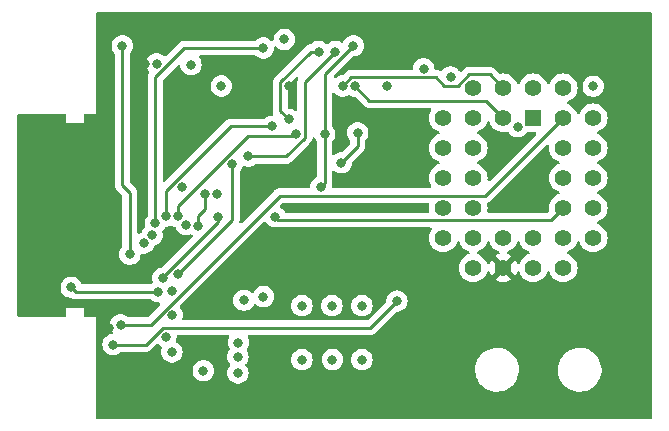
<source format=gbr>
%TF.GenerationSoftware,KiCad,Pcbnew,7.0.10*%
%TF.CreationDate,2024-03-07T18:21:54+01:00*%
%TF.ProjectId,ROM_Card,524f4d5f-4361-4726-942e-6b696361645f,rev?*%
%TF.SameCoordinates,Original*%
%TF.FileFunction,Copper,L3,Inr*%
%TF.FilePolarity,Positive*%
%FSLAX46Y46*%
G04 Gerber Fmt 4.6, Leading zero omitted, Abs format (unit mm)*
G04 Created by KiCad (PCBNEW 7.0.10) date 2024-03-07 18:21:54*
%MOMM*%
%LPD*%
G01*
G04 APERTURE LIST*
%TA.AperFunction,ComponentPad*%
%ADD10R,1.422400X1.422400*%
%TD*%
%TA.AperFunction,ComponentPad*%
%ADD11C,1.422400*%
%TD*%
%TA.AperFunction,ViaPad*%
%ADD12C,0.800000*%
%TD*%
%TA.AperFunction,Conductor*%
%ADD13C,0.250000*%
%TD*%
G04 APERTURE END LIST*
D10*
%TO.N,/A18*%
%TO.C,U2*%
X173355000Y-97282000D03*
D11*
%TO.N,/A16*%
X170815000Y-94742000D03*
%TO.N,/A15B*%
X170815000Y-97282000D03*
%TO.N,/A12*%
X168275000Y-94742000D03*
%TO.N,/A7*%
X165735000Y-97282000D03*
%TO.N,/A6*%
X168275000Y-97282000D03*
%TO.N,/A5*%
X165735000Y-99822000D03*
%TO.N,/A4*%
X168275000Y-99822000D03*
%TO.N,/A3*%
X165735000Y-102362000D03*
%TO.N,/A2*%
X168275000Y-102362000D03*
%TO.N,/A1*%
X165735000Y-104902000D03*
%TO.N,/A0*%
X168275000Y-104902000D03*
%TO.N,/D0*%
X165735000Y-107442000D03*
%TO.N,/D1*%
X168275000Y-109982000D03*
%TO.N,/D2*%
X168275000Y-107442000D03*
%TO.N,GND*%
X170815000Y-109982000D03*
%TO.N,/D3*%
X170815000Y-107442000D03*
%TO.N,/D4*%
X173355000Y-109982000D03*
%TO.N,/D5*%
X173355000Y-107442000D03*
%TO.N,/D6*%
X175895000Y-109982000D03*
%TO.N,/D7*%
X178435000Y-107442000D03*
%TO.N,Net-(SCS1-B)*%
X175895000Y-107442000D03*
%TO.N,/A10*%
X178435000Y-104902000D03*
%TO.N,/RD*%
X175895000Y-104902000D03*
%TO.N,/A11*%
X178435000Y-102362000D03*
%TO.N,/A9*%
X175895000Y-102362000D03*
%TO.N,/A8*%
X178435000Y-99822000D03*
%TO.N,/A13*%
X175895000Y-99822000D03*
%TO.N,Net-(SA14-B)*%
X178435000Y-97282000D03*
%TO.N,/A17*%
X175895000Y-94742000D03*
%TO.N,/PGM{slash}5V*%
X175895000Y-97282000D03*
%TO.N,+5V*%
X173355000Y-94742000D03*
%TD*%
D12*
%TO.N,/D1*%
X152654000Y-97420800D03*
X155194000Y-91681520D03*
%TO.N,/D0*%
X141354955Y-106175955D03*
%TO.N,/IO-CS2*%
X139192000Y-108839000D03*
%TO.N,/D0*%
X150495000Y-91377000D03*
%TO.N,/D2*%
X143637000Y-103124000D03*
X144369604Y-92782298D03*
%TO.N,/A16*%
X157217515Y-94582341D03*
%TO.N,/A15B*%
X158242000Y-94581520D03*
%TO.N,/D3*%
X158496000Y-98552000D03*
X157099000Y-101092000D03*
%TO.N,/A17*%
X160976500Y-94581520D03*
%TO.N,/D4*%
X156591000Y-91681520D03*
%TO.N,/D5*%
X158115000Y-91186000D03*
%TO.N,/A14B*%
X152273000Y-90652000D03*
%TO.N,GND*%
X152654000Y-94581520D03*
%TO.N,/D4*%
X149225000Y-100547000D03*
X141986000Y-110871000D03*
X146685000Y-105664000D03*
%TO.N,/D5*%
X155702000Y-98647000D03*
X155366784Y-103140800D03*
X145415000Y-118701000D03*
%TO.N,Net-(ID1-B)*%
X142790380Y-113993118D03*
%TO.N,Net-(ID2-B)*%
X142255740Y-115806448D03*
%TO.N,/D3*%
X143240380Y-110540704D03*
X147868017Y-101187000D03*
%TO.N,/D2*%
X143965380Y-106341134D03*
X146558000Y-103727000D03*
%TO.N,/D1*%
X144960998Y-106426000D03*
X145542000Y-103727000D03*
%TO.N,/IO-CS1*%
X134239000Y-111633000D03*
%TO.N,/D6*%
X153289000Y-98647000D03*
%TO.N,/A13*%
X164084000Y-93131520D03*
%TO.N,/A12*%
X166355247Y-93838247D03*
%TO.N,/A11*%
X146939000Y-94581520D03*
%TO.N,/IO-CS2*%
X138557000Y-91186000D03*
%TO.N,/WR*%
X140389891Y-107895109D03*
X141462003Y-92710000D03*
%TO.N,GND*%
X137418653Y-115057347D03*
X140462000Y-92710000D03*
%TO.N,/RD*%
X141097000Y-107188000D03*
X151511000Y-105664000D03*
%TO.N,/PGM{slash}5V*%
X138414998Y-114808000D03*
%TO.N,+5V*%
X161814998Y-112806000D03*
X137774736Y-116479264D03*
%TO.N,/D6*%
X143260653Y-105631653D03*
%TO.N,/D7*%
X142240000Y-105627000D03*
X151257000Y-98007000D03*
%TO.N,Net-(SA14-B)*%
X178435000Y-94615000D03*
%TO.N,/A9*%
X172046263Y-98047522D03*
%TO.N,GND*%
X150257998Y-116108000D03*
%TO.N,/IO-CS1*%
X148860998Y-112737000D03*
X141621998Y-112007000D03*
%TO.N,Net-(ID0-B)*%
X150511998Y-112425000D03*
X142778031Y-111956033D03*
%TO.N,Net-(ID7-B)*%
X148352998Y-118902000D03*
X158847000Y-117759000D03*
%TO.N,Net-(ID6-B)*%
X148352998Y-117505000D03*
X156353998Y-117759000D03*
%TO.N,Net-(ID5-B)*%
X148390251Y-116324747D03*
X153767000Y-117759000D03*
%TO.N,Net-(ID3-B)*%
X142764998Y-117124000D03*
X158847000Y-113187000D03*
%TO.N,Net-(ID2-B)*%
X156307000Y-113187000D03*
%TO.N,Net-(ID1-B)*%
X153767000Y-113187000D03*
%TD*%
D13*
%TO.N,/D1*%
X151929000Y-94281215D02*
X154528695Y-91681520D01*
X151929000Y-96695800D02*
X151929000Y-94281215D01*
X152654000Y-97420800D02*
X151929000Y-96695800D01*
X154528695Y-91681520D02*
X155194000Y-91681520D01*
%TO.N,/D7*%
X142240000Y-105627000D02*
X142240000Y-103495695D01*
X142240000Y-103495695D02*
X147728695Y-98007000D01*
X147728695Y-98007000D02*
X151257000Y-98007000D01*
%TO.N,/D0*%
X141354955Y-93842353D02*
X141354955Y-106175955D01*
X143820308Y-91377000D02*
X141354955Y-93842353D01*
X150495000Y-91377000D02*
X143820308Y-91377000D01*
%TO.N,/IO-CS2*%
X139192000Y-103632000D02*
X139192000Y-108839000D01*
X138557000Y-102997000D02*
X139192000Y-103632000D01*
%TO.N,/A16*%
X167952591Y-93599000D02*
X169672000Y-93599000D01*
X157217515Y-94582341D02*
X157217515Y-94580700D01*
X166988344Y-94563247D02*
X167952591Y-93599000D01*
X157217515Y-94580700D02*
X157941695Y-93856520D01*
X157941695Y-93856520D02*
X165103520Y-93856520D01*
X165103520Y-93856520D02*
X165810247Y-94563247D01*
X169672000Y-93599000D02*
X170815000Y-94742000D01*
X165810247Y-94563247D02*
X166988344Y-94563247D01*
%TO.N,/A15B*%
X159486889Y-95826409D02*
X169359409Y-95826409D01*
X158242000Y-94581520D02*
X159486889Y-95826409D01*
%TO.N,/D3*%
X158496000Y-98552000D02*
X158496000Y-99695000D01*
X158496000Y-99695000D02*
X157099000Y-101092000D01*
%TO.N,/A15B*%
X170815000Y-97282000D02*
X169359409Y-95826409D01*
%TO.N,/D4*%
X156591000Y-91681520D02*
X154014000Y-94258520D01*
X154014000Y-94258520D02*
X154014000Y-98970000D01*
X154014000Y-98970000D02*
X152437000Y-100547000D01*
X152437000Y-100547000D02*
X149225000Y-100547000D01*
%TO.N,/D5*%
X158115000Y-91186000D02*
X155702000Y-93599000D01*
X155702000Y-93599000D02*
X155702000Y-98647000D01*
%TO.N,/D4*%
X146685000Y-106070779D02*
X146685000Y-105664000D01*
X141986000Y-110871000D02*
X141986000Y-110769779D01*
X141986000Y-110769779D02*
X146685000Y-106070779D01*
%TO.N,/D5*%
X155702000Y-102805584D02*
X155366784Y-103140800D01*
X155702000Y-98647000D02*
X155702000Y-102805584D01*
%TO.N,+5V*%
X137774736Y-116479264D02*
X140557619Y-116479264D01*
X140557619Y-116479264D02*
X141974883Y-115062000D01*
X141974883Y-115062000D02*
X159558998Y-115062000D01*
X159558998Y-115062000D02*
X161814998Y-112806000D01*
%TO.N,/D3*%
X143240380Y-110540704D02*
X147868017Y-105913067D01*
X147868017Y-105913067D02*
X147868017Y-101187000D01*
%TO.N,/D1*%
X144960998Y-106426000D02*
X144960998Y-105610002D01*
X144960998Y-105610002D02*
X145542000Y-105029000D01*
X145542000Y-105029000D02*
X145542000Y-103727000D01*
%TO.N,/IO-CS1*%
X134239000Y-111633000D02*
X134613000Y-112007000D01*
X134613000Y-112007000D02*
X141621998Y-112007000D01*
%TO.N,/D6*%
X143260653Y-105631653D02*
X143260653Y-104770347D01*
X143260653Y-104770347D02*
X149225000Y-98806000D01*
X149225000Y-98806000D02*
X153130000Y-98806000D01*
X153130000Y-98806000D02*
X153289000Y-98647000D01*
%TO.N,/IO-CS2*%
X138557000Y-102997000D02*
X138557000Y-91186000D01*
%TO.N,/RD*%
X175895000Y-104902000D02*
X174858800Y-105938200D01*
X174858800Y-105938200D02*
X151785200Y-105938200D01*
X151785200Y-105938200D02*
X151511000Y-105664000D01*
%TO.N,/PGM{slash}5V*%
X140951369Y-114808000D02*
X138414998Y-114808000D01*
X151893569Y-103865800D02*
X140951369Y-114808000D01*
X169311200Y-103865800D02*
X151893569Y-103865800D01*
X175895000Y-97282000D02*
X169311200Y-103865800D01*
%TD*%
%TA.AperFunction,Conductor*%
%TO.N,GND*%
G36*
X169593812Y-107749054D02*
G01*
X169647690Y-107793539D01*
X169664775Y-107830949D01*
X169672023Y-107858001D01*
X169672025Y-107858005D01*
X169672026Y-107858009D01*
X169725250Y-107972148D01*
X169761629Y-108050164D01*
X169761631Y-108050168D01*
X169883235Y-108223836D01*
X169883240Y-108223842D01*
X170033157Y-108373759D01*
X170033163Y-108373764D01*
X170206831Y-108495368D01*
X170206833Y-108495369D01*
X170206836Y-108495371D01*
X170398991Y-108584974D01*
X170398997Y-108584975D01*
X170398998Y-108584976D01*
X170427014Y-108592483D01*
X170486675Y-108628848D01*
X170517204Y-108691695D01*
X170508909Y-108761070D01*
X170464424Y-108814948D01*
X170427014Y-108832033D01*
X170399170Y-108839493D01*
X170399161Y-108839497D01*
X170207088Y-108929062D01*
X170153286Y-108966733D01*
X170770599Y-109584046D01*
X170689852Y-109596835D01*
X170576955Y-109654359D01*
X170487359Y-109743955D01*
X170429835Y-109856852D01*
X170417046Y-109937599D01*
X169799733Y-109320286D01*
X169762062Y-109374088D01*
X169672497Y-109566161D01*
X169672493Y-109566170D01*
X169665033Y-109594014D01*
X169628668Y-109653675D01*
X169565821Y-109684204D01*
X169496445Y-109675909D01*
X169442568Y-109631424D01*
X169425483Y-109594014D01*
X169417976Y-109565998D01*
X169417975Y-109565996D01*
X169417974Y-109565991D01*
X169328371Y-109373836D01*
X169328369Y-109373833D01*
X169328368Y-109373831D01*
X169206764Y-109200163D01*
X169206759Y-109200157D01*
X169056842Y-109050240D01*
X169056836Y-109050235D01*
X168883168Y-108928631D01*
X168883164Y-108928629D01*
X168691009Y-108839026D01*
X168691005Y-108839025D01*
X168691001Y-108839023D01*
X168663949Y-108831775D01*
X168604288Y-108795410D01*
X168573759Y-108732563D01*
X168582054Y-108663188D01*
X168626539Y-108609310D01*
X168663949Y-108592225D01*
X168681930Y-108587406D01*
X168691009Y-108584974D01*
X168883164Y-108495371D01*
X169056841Y-108373761D01*
X169206761Y-108223841D01*
X169328371Y-108050164D01*
X169417974Y-107858009D01*
X169425225Y-107830949D01*
X169461590Y-107771288D01*
X169524437Y-107740759D01*
X169593812Y-107749054D01*
G37*
%TD.AperFunction*%
%TA.AperFunction,Conductor*%
G36*
X172133812Y-107749054D02*
G01*
X172187690Y-107793539D01*
X172204775Y-107830949D01*
X172212023Y-107858001D01*
X172212025Y-107858005D01*
X172212026Y-107858009D01*
X172265250Y-107972148D01*
X172301629Y-108050164D01*
X172301631Y-108050168D01*
X172423235Y-108223836D01*
X172423240Y-108223842D01*
X172573157Y-108373759D01*
X172573163Y-108373764D01*
X172746831Y-108495368D01*
X172746833Y-108495369D01*
X172746836Y-108495371D01*
X172938991Y-108584974D01*
X172953717Y-108588919D01*
X172966051Y-108592225D01*
X173025711Y-108628591D01*
X173056240Y-108691438D01*
X173047945Y-108760813D01*
X173003459Y-108814691D01*
X172966051Y-108831775D01*
X172938996Y-108839024D01*
X172938989Y-108839027D01*
X172746835Y-108928629D01*
X172746831Y-108928631D01*
X172573163Y-109050235D01*
X172573157Y-109050240D01*
X172423240Y-109200157D01*
X172423235Y-109200163D01*
X172301631Y-109373831D01*
X172301629Y-109373835D01*
X172212027Y-109565989D01*
X172212023Y-109565999D01*
X172204515Y-109594018D01*
X172168149Y-109653677D01*
X172105301Y-109684205D01*
X172035926Y-109675908D01*
X171982049Y-109631421D01*
X171964965Y-109594011D01*
X171957505Y-109566166D01*
X171957502Y-109566161D01*
X171867934Y-109374083D01*
X171830266Y-109320286D01*
X171830265Y-109320285D01*
X171212953Y-109937598D01*
X171200165Y-109856852D01*
X171142641Y-109743955D01*
X171053045Y-109654359D01*
X170940148Y-109596835D01*
X170859401Y-109584046D01*
X171476713Y-108966734D01*
X171476712Y-108966733D01*
X171422914Y-108929063D01*
X171422912Y-108929062D01*
X171230838Y-108839497D01*
X171230829Y-108839493D01*
X171202985Y-108832033D01*
X171143325Y-108795669D01*
X171112795Y-108732822D01*
X171121089Y-108663446D01*
X171165574Y-108609568D01*
X171202986Y-108592483D01*
X171230999Y-108584977D01*
X171231000Y-108584976D01*
X171231009Y-108584974D01*
X171423164Y-108495371D01*
X171596841Y-108373761D01*
X171746761Y-108223841D01*
X171868371Y-108050164D01*
X171957974Y-107858009D01*
X171965225Y-107830949D01*
X172001590Y-107771288D01*
X172064437Y-107740759D01*
X172133812Y-107749054D01*
G37*
%TD.AperFunction*%
%TA.AperFunction,Conductor*%
G36*
X154854494Y-98984376D02*
G01*
X154871067Y-99009947D01*
X154871572Y-99009656D01*
X154874820Y-99015282D01*
X154874821Y-99015284D01*
X154969467Y-99179216D01*
X155010974Y-99225314D01*
X155044650Y-99262715D01*
X155074880Y-99325706D01*
X155076500Y-99345687D01*
X155076500Y-102203796D01*
X155056815Y-102270835D01*
X155004011Y-102316590D01*
X155002936Y-102317075D01*
X154914053Y-102356648D01*
X154760913Y-102467911D01*
X154634250Y-102608585D01*
X154539605Y-102772515D01*
X154539602Y-102772522D01*
X154481111Y-102952540D01*
X154481110Y-102952544D01*
X154462537Y-103129261D01*
X154462537Y-103129262D01*
X154435952Y-103193876D01*
X154378655Y-103233861D01*
X154339216Y-103240300D01*
X151976312Y-103240300D01*
X151960691Y-103238575D01*
X151960664Y-103238861D01*
X151952902Y-103238126D01*
X151885682Y-103240239D01*
X151881788Y-103240300D01*
X151854219Y-103240300D01*
X151850242Y-103240802D01*
X151838611Y-103241717D01*
X151794943Y-103243089D01*
X151794937Y-103243090D01*
X151775695Y-103248680D01*
X151756656Y-103252623D01*
X151736786Y-103255134D01*
X151736772Y-103255137D01*
X151696167Y-103271213D01*
X151685123Y-103274994D01*
X151643183Y-103287179D01*
X151643179Y-103287181D01*
X151625935Y-103297379D01*
X151608474Y-103305933D01*
X151589843Y-103313310D01*
X151589831Y-103313317D01*
X151554502Y-103338985D01*
X151544742Y-103345396D01*
X151507149Y-103367629D01*
X151492983Y-103381795D01*
X151478193Y-103394427D01*
X151461983Y-103406204D01*
X151461980Y-103406207D01*
X151434142Y-103439858D01*
X151426280Y-103448497D01*
X148684526Y-106190251D01*
X148623203Y-106223736D01*
X148553511Y-106218752D01*
X148497578Y-106176880D01*
X148473161Y-106111416D01*
X148474370Y-106083181D01*
X148480290Y-106045804D01*
X148482652Y-106034398D01*
X148493517Y-105992086D01*
X148493517Y-105972050D01*
X148495044Y-105952649D01*
X148498177Y-105932871D01*
X148494067Y-105889391D01*
X148493517Y-105877722D01*
X148493517Y-101885687D01*
X148513202Y-101818648D01*
X148525367Y-101802715D01*
X148559426Y-101764888D01*
X148600550Y-101719216D01*
X148695196Y-101555284D01*
X148726001Y-101460473D01*
X148765438Y-101402799D01*
X148829796Y-101375600D01*
X148894366Y-101385512D01*
X148945197Y-101408144D01*
X149130354Y-101447500D01*
X149130355Y-101447500D01*
X149319644Y-101447500D01*
X149319646Y-101447500D01*
X149504803Y-101408144D01*
X149677730Y-101331151D01*
X149830871Y-101219888D01*
X149833788Y-101216647D01*
X149836600Y-101213526D01*
X149896087Y-101176879D01*
X149928748Y-101172500D01*
X152354257Y-101172500D01*
X152369877Y-101174224D01*
X152369904Y-101173939D01*
X152377660Y-101174671D01*
X152377667Y-101174673D01*
X152444873Y-101172561D01*
X152448768Y-101172500D01*
X152476346Y-101172500D01*
X152476350Y-101172500D01*
X152480324Y-101171997D01*
X152491963Y-101171080D01*
X152535627Y-101169709D01*
X152554869Y-101164117D01*
X152573912Y-101160174D01*
X152593792Y-101157664D01*
X152634401Y-101141585D01*
X152645444Y-101137803D01*
X152687390Y-101125618D01*
X152704629Y-101115422D01*
X152722103Y-101106862D01*
X152740727Y-101099488D01*
X152740727Y-101099487D01*
X152740732Y-101099486D01*
X152776083Y-101073800D01*
X152785814Y-101067408D01*
X152823420Y-101045170D01*
X152837589Y-101030999D01*
X152852379Y-101018368D01*
X152868587Y-101006594D01*
X152896438Y-100972926D01*
X152904279Y-100964309D01*
X154397786Y-99470802D01*
X154410048Y-99460980D01*
X154409865Y-99460759D01*
X154415868Y-99455791D01*
X154415877Y-99455786D01*
X154461934Y-99406739D01*
X154464582Y-99404006D01*
X154484120Y-99384470D01*
X154486584Y-99381292D01*
X154494154Y-99372429D01*
X154524062Y-99340582D01*
X154533713Y-99323024D01*
X154544396Y-99306761D01*
X154556673Y-99290936D01*
X154574018Y-99250849D01*
X154579152Y-99240371D01*
X154600197Y-99202092D01*
X154605178Y-99182687D01*
X154611482Y-99164279D01*
X154619438Y-99145895D01*
X154626270Y-99102748D01*
X154628639Y-99091316D01*
X154641441Y-99041461D01*
X154643390Y-99041961D01*
X154667096Y-98987599D01*
X154725216Y-98948819D01*
X154795075Y-98947618D01*
X154854494Y-98984376D01*
G37*
%TD.AperFunction*%
%TA.AperFunction,Conductor*%
G36*
X164496042Y-104510985D02*
G01*
X164541797Y-104563789D01*
X164551741Y-104632947D01*
X164548778Y-104647392D01*
X164537153Y-104690778D01*
X164537150Y-104690791D01*
X164518672Y-104901999D01*
X164518672Y-104902000D01*
X164537150Y-105113208D01*
X164537153Y-105113221D01*
X164548778Y-105156608D01*
X164547115Y-105226457D01*
X164507952Y-105284320D01*
X164443723Y-105311823D01*
X164429003Y-105312700D01*
X152419576Y-105312700D01*
X152352537Y-105293015D01*
X152312189Y-105250700D01*
X152305678Y-105239422D01*
X152243533Y-105131784D01*
X152116871Y-104991112D01*
X152028499Y-104926906D01*
X151965568Y-104881184D01*
X151922902Y-104825854D01*
X151916923Y-104756241D01*
X151949529Y-104694446D01*
X151950616Y-104693342D01*
X152116341Y-104527616D01*
X152177664Y-104494134D01*
X152204021Y-104491300D01*
X164429003Y-104491300D01*
X164496042Y-104510985D01*
G37*
%TD.AperFunction*%
%TA.AperFunction,Conductor*%
G36*
X174610883Y-99553220D02*
G01*
X174666816Y-99595092D01*
X174691233Y-99660556D01*
X174691077Y-99680209D01*
X174678672Y-99821998D01*
X174678672Y-99822000D01*
X174697150Y-100033208D01*
X174697152Y-100033218D01*
X174752023Y-100238001D01*
X174752025Y-100238005D01*
X174752026Y-100238009D01*
X174784593Y-100307849D01*
X174841629Y-100430164D01*
X174841631Y-100430168D01*
X174963235Y-100603836D01*
X174963240Y-100603842D01*
X175113157Y-100753759D01*
X175113163Y-100753764D01*
X175286831Y-100875368D01*
X175286833Y-100875369D01*
X175286836Y-100875371D01*
X175478991Y-100964974D01*
X175491915Y-100968437D01*
X175506051Y-100972225D01*
X175565711Y-101008591D01*
X175596240Y-101071438D01*
X175587945Y-101140813D01*
X175543459Y-101194691D01*
X175506051Y-101211775D01*
X175478996Y-101219024D01*
X175478991Y-101219025D01*
X175478991Y-101219026D01*
X175477140Y-101219889D01*
X175286835Y-101308629D01*
X175286831Y-101308631D01*
X175113163Y-101430235D01*
X175113157Y-101430240D01*
X174963240Y-101580157D01*
X174963235Y-101580163D01*
X174841631Y-101753831D01*
X174841629Y-101753835D01*
X174752027Y-101945989D01*
X174752023Y-101945998D01*
X174697152Y-102150781D01*
X174697150Y-102150791D01*
X174678672Y-102361999D01*
X174678672Y-102362000D01*
X174697150Y-102573208D01*
X174697152Y-102573218D01*
X174752023Y-102778001D01*
X174752025Y-102778005D01*
X174752026Y-102778009D01*
X174826793Y-102938348D01*
X174841629Y-102970164D01*
X174841631Y-102970168D01*
X174963235Y-103143836D01*
X174963240Y-103143842D01*
X175113157Y-103293759D01*
X175113163Y-103293764D01*
X175286831Y-103415368D01*
X175286833Y-103415369D01*
X175286836Y-103415371D01*
X175478991Y-103504974D01*
X175493717Y-103508919D01*
X175506051Y-103512225D01*
X175565711Y-103548591D01*
X175596240Y-103611438D01*
X175587945Y-103680813D01*
X175543459Y-103734691D01*
X175506051Y-103751775D01*
X175478996Y-103759024D01*
X175478989Y-103759027D01*
X175286835Y-103848629D01*
X175286831Y-103848631D01*
X175113163Y-103970235D01*
X175113157Y-103970240D01*
X174963240Y-104120157D01*
X174963235Y-104120163D01*
X174841631Y-104293831D01*
X174841629Y-104293835D01*
X174797171Y-104389177D01*
X174756469Y-104476464D01*
X174752027Y-104485989D01*
X174752023Y-104485998D01*
X174697152Y-104690781D01*
X174697150Y-104690791D01*
X174678672Y-104901999D01*
X174678672Y-104902000D01*
X174697150Y-105113208D01*
X174697151Y-105113214D01*
X174700187Y-105124543D01*
X174698522Y-105194393D01*
X174668094Y-105244314D01*
X174636029Y-105276380D01*
X174574706Y-105309866D01*
X174548346Y-105312700D01*
X169580997Y-105312700D01*
X169513958Y-105293015D01*
X169468203Y-105240211D01*
X169458259Y-105171053D01*
X169461222Y-105156608D01*
X169465878Y-105139226D01*
X169472849Y-105113213D01*
X169491328Y-104902000D01*
X169472849Y-104690787D01*
X169449439Y-104603420D01*
X169451102Y-104533573D01*
X169490264Y-104475711D01*
X169534621Y-104452252D01*
X169561590Y-104444418D01*
X169578829Y-104434222D01*
X169596303Y-104425662D01*
X169614927Y-104418288D01*
X169614927Y-104418287D01*
X169614932Y-104418286D01*
X169650283Y-104392600D01*
X169660014Y-104386208D01*
X169697620Y-104363970D01*
X169711789Y-104349799D01*
X169726579Y-104337168D01*
X169742787Y-104325394D01*
X169770638Y-104291726D01*
X169778479Y-104283109D01*
X174479870Y-99581719D01*
X174541191Y-99548236D01*
X174610883Y-99553220D01*
G37*
%TD.AperFunction*%
%TA.AperFunction,Conductor*%
G36*
X156532703Y-95168973D02*
G01*
X156543648Y-95179712D01*
X156549270Y-95185956D01*
X156611644Y-95255229D01*
X156764780Y-95366489D01*
X156764785Y-95366492D01*
X156937707Y-95443483D01*
X156937712Y-95443485D01*
X157122869Y-95482841D01*
X157122870Y-95482841D01*
X157312159Y-95482841D01*
X157312161Y-95482841D01*
X157497318Y-95443485D01*
X157596893Y-95399151D01*
X157676182Y-95363849D01*
X157676906Y-95365475D01*
X157736339Y-95351043D01*
X157782621Y-95364627D01*
X157783334Y-95363028D01*
X157962192Y-95442662D01*
X157962197Y-95442664D01*
X158147354Y-95482020D01*
X158206548Y-95482020D01*
X158273587Y-95501705D01*
X158294229Y-95518339D01*
X158986086Y-96210197D01*
X158995911Y-96222460D01*
X158996132Y-96222278D01*
X159001100Y-96228283D01*
X159001102Y-96228285D01*
X159001103Y-96228286D01*
X159050111Y-96274308D01*
X159052910Y-96277021D01*
X159072411Y-96296523D01*
X159072415Y-96296526D01*
X159072418Y-96296529D01*
X159075591Y-96298990D01*
X159084463Y-96306568D01*
X159116307Y-96336471D01*
X159133865Y-96346123D01*
X159150122Y-96356802D01*
X159165953Y-96369082D01*
X159195692Y-96381951D01*
X159206041Y-96386430D01*
X159216530Y-96391569D01*
X159240346Y-96404661D01*
X159254797Y-96412606D01*
X159267412Y-96415844D01*
X159274194Y-96417586D01*
X159292608Y-96423890D01*
X159310993Y-96431847D01*
X159354150Y-96438682D01*
X159365545Y-96441041D01*
X159407870Y-96451909D01*
X159427905Y-96451909D01*
X159447302Y-96453435D01*
X159467085Y-96456569D01*
X159510564Y-96452459D01*
X159522233Y-96451909D01*
X164598822Y-96451909D01*
X164665861Y-96471594D01*
X164711616Y-96524398D01*
X164721560Y-96593556D01*
X164700397Y-96647032D01*
X164681631Y-96673831D01*
X164681629Y-96673835D01*
X164592027Y-96865989D01*
X164592023Y-96865998D01*
X164537152Y-97070781D01*
X164537150Y-97070791D01*
X164518672Y-97281999D01*
X164518672Y-97282000D01*
X164537150Y-97493208D01*
X164537152Y-97493218D01*
X164592023Y-97698001D01*
X164592025Y-97698005D01*
X164592026Y-97698009D01*
X164624593Y-97767849D01*
X164681629Y-97890164D01*
X164681631Y-97890168D01*
X164803235Y-98063836D01*
X164803240Y-98063842D01*
X164953157Y-98213759D01*
X164953163Y-98213764D01*
X165126831Y-98335368D01*
X165126833Y-98335369D01*
X165126836Y-98335371D01*
X165318991Y-98424974D01*
X165333717Y-98428919D01*
X165346051Y-98432225D01*
X165405711Y-98468591D01*
X165436240Y-98531438D01*
X165427945Y-98600813D01*
X165383459Y-98654691D01*
X165346051Y-98671775D01*
X165318996Y-98679024D01*
X165318989Y-98679027D01*
X165126835Y-98768629D01*
X165126831Y-98768631D01*
X164953163Y-98890235D01*
X164953157Y-98890240D01*
X164803240Y-99040157D01*
X164803235Y-99040163D01*
X164681631Y-99213831D01*
X164681629Y-99213835D01*
X164620146Y-99345687D01*
X164592968Y-99403972D01*
X164592027Y-99405989D01*
X164592023Y-99405998D01*
X164537152Y-99610781D01*
X164537150Y-99610791D01*
X164518672Y-99821999D01*
X164518672Y-99822000D01*
X164537150Y-100033208D01*
X164537152Y-100033218D01*
X164592023Y-100238001D01*
X164592025Y-100238005D01*
X164592026Y-100238009D01*
X164624593Y-100307849D01*
X164681629Y-100430164D01*
X164681631Y-100430168D01*
X164803235Y-100603836D01*
X164803240Y-100603842D01*
X164953157Y-100753759D01*
X164953163Y-100753764D01*
X165126831Y-100875368D01*
X165126833Y-100875369D01*
X165126836Y-100875371D01*
X165318991Y-100964974D01*
X165331915Y-100968437D01*
X165346051Y-100972225D01*
X165405711Y-101008591D01*
X165436240Y-101071438D01*
X165427945Y-101140813D01*
X165383459Y-101194691D01*
X165346051Y-101211775D01*
X165318996Y-101219024D01*
X165318991Y-101219025D01*
X165318991Y-101219026D01*
X165317140Y-101219889D01*
X165126835Y-101308629D01*
X165126831Y-101308631D01*
X164953163Y-101430235D01*
X164953157Y-101430240D01*
X164803240Y-101580157D01*
X164803235Y-101580163D01*
X164681631Y-101753831D01*
X164681629Y-101753835D01*
X164592027Y-101945989D01*
X164592023Y-101945998D01*
X164537152Y-102150781D01*
X164537150Y-102150791D01*
X164518672Y-102361999D01*
X164518672Y-102362000D01*
X164537150Y-102573208D01*
X164537152Y-102573218D01*
X164592023Y-102778001D01*
X164592025Y-102778005D01*
X164592026Y-102778009D01*
X164666793Y-102938348D01*
X164681629Y-102970164D01*
X164681631Y-102970168D01*
X164734153Y-103045177D01*
X164756480Y-103111383D01*
X164739470Y-103179150D01*
X164688522Y-103226963D01*
X164632578Y-103240300D01*
X156394352Y-103240300D01*
X156327313Y-103220615D01*
X156281558Y-103167811D01*
X156271031Y-103129261D01*
X156269767Y-103117234D01*
X156282337Y-103048504D01*
X156284428Y-103044532D01*
X156286735Y-103040335D01*
X156288197Y-103037676D01*
X156293177Y-103018275D01*
X156299478Y-102999872D01*
X156307438Y-102981480D01*
X156314272Y-102938325D01*
X156316635Y-102926915D01*
X156327500Y-102884603D01*
X156327500Y-102864567D01*
X156329027Y-102845166D01*
X156332160Y-102825388D01*
X156328050Y-102781908D01*
X156327500Y-102770239D01*
X156327500Y-101887914D01*
X156347185Y-101820875D01*
X156399989Y-101775120D01*
X156469147Y-101765176D01*
X156524381Y-101787594D01*
X156646266Y-101876148D01*
X156646270Y-101876151D01*
X156819192Y-101953142D01*
X156819197Y-101953144D01*
X157004354Y-101992500D01*
X157004355Y-101992500D01*
X157193644Y-101992500D01*
X157193646Y-101992500D01*
X157378803Y-101953144D01*
X157551730Y-101876151D01*
X157704871Y-101764888D01*
X157831533Y-101624216D01*
X157926179Y-101460284D01*
X157984674Y-101280256D01*
X158002321Y-101112344D01*
X158028904Y-101047734D01*
X158037951Y-101037638D01*
X158879788Y-100195801D01*
X158892042Y-100185986D01*
X158891859Y-100185764D01*
X158897868Y-100180791D01*
X158897877Y-100180786D01*
X158943949Y-100131722D01*
X158946566Y-100129023D01*
X158966120Y-100109471D01*
X158968576Y-100106303D01*
X158976156Y-100097427D01*
X159006062Y-100065582D01*
X159015713Y-100048024D01*
X159026396Y-100031761D01*
X159038673Y-100015936D01*
X159056021Y-99975844D01*
X159061151Y-99965371D01*
X159082197Y-99927092D01*
X159087180Y-99907680D01*
X159093481Y-99889280D01*
X159101437Y-99870896D01*
X159108270Y-99827748D01*
X159110633Y-99816338D01*
X159121500Y-99774019D01*
X159121500Y-99753983D01*
X159123027Y-99734582D01*
X159126160Y-99714804D01*
X159122050Y-99671324D01*
X159121500Y-99659655D01*
X159121500Y-99250687D01*
X159141185Y-99183648D01*
X159153350Y-99167715D01*
X159172996Y-99145895D01*
X159228533Y-99084216D01*
X159323179Y-98920284D01*
X159381674Y-98740256D01*
X159401460Y-98552000D01*
X159381674Y-98363744D01*
X159323179Y-98183716D01*
X159228533Y-98019784D01*
X159101871Y-97879112D01*
X159101870Y-97879111D01*
X158948734Y-97767851D01*
X158948729Y-97767848D01*
X158775807Y-97690857D01*
X158775802Y-97690855D01*
X158630001Y-97659865D01*
X158590646Y-97651500D01*
X158401354Y-97651500D01*
X158368897Y-97658398D01*
X158216197Y-97690855D01*
X158216192Y-97690857D01*
X158043270Y-97767848D01*
X158043265Y-97767851D01*
X157890129Y-97879111D01*
X157763466Y-98019785D01*
X157668821Y-98183715D01*
X157668818Y-98183722D01*
X157610327Y-98363740D01*
X157610326Y-98363744D01*
X157590540Y-98552000D01*
X157610326Y-98740256D01*
X157610327Y-98740259D01*
X157668818Y-98920277D01*
X157668821Y-98920284D01*
X157763467Y-99084216D01*
X157806772Y-99132310D01*
X157838650Y-99167715D01*
X157868880Y-99230706D01*
X157870500Y-99250687D01*
X157870500Y-99384547D01*
X157850815Y-99451586D01*
X157834181Y-99472228D01*
X157151228Y-100155181D01*
X157089905Y-100188666D01*
X157063547Y-100191500D01*
X157004354Y-100191500D01*
X156984096Y-100195806D01*
X156819197Y-100230855D01*
X156819192Y-100230857D01*
X156646270Y-100307848D01*
X156646265Y-100307851D01*
X156524385Y-100396403D01*
X156458579Y-100419883D01*
X156390525Y-100404057D01*
X156341830Y-100353952D01*
X156327500Y-100296085D01*
X156327500Y-99345687D01*
X156347185Y-99278648D01*
X156359350Y-99262715D01*
X156379477Y-99240361D01*
X156434533Y-99179216D01*
X156529179Y-99015284D01*
X156587674Y-98835256D01*
X156607460Y-98647000D01*
X156587674Y-98458744D01*
X156529179Y-98278716D01*
X156434533Y-98114784D01*
X156388664Y-98063841D01*
X156359350Y-98031284D01*
X156329120Y-97968292D01*
X156327500Y-97948312D01*
X156327500Y-95262686D01*
X156347185Y-95195647D01*
X156399989Y-95149892D01*
X156469147Y-95139948D01*
X156532703Y-95168973D01*
G37*
%TD.AperFunction*%
%TA.AperFunction,Conductor*%
G36*
X169593812Y-97589054D02*
G01*
X169647690Y-97633539D01*
X169664775Y-97670949D01*
X169672023Y-97698001D01*
X169672025Y-97698005D01*
X169672026Y-97698009D01*
X169704593Y-97767849D01*
X169761629Y-97890164D01*
X169761631Y-97890168D01*
X169883235Y-98063836D01*
X169883240Y-98063842D01*
X170033157Y-98213759D01*
X170033163Y-98213764D01*
X170206831Y-98335368D01*
X170206833Y-98335369D01*
X170206836Y-98335371D01*
X170398991Y-98424974D01*
X170398997Y-98424975D01*
X170398998Y-98424976D01*
X170426052Y-98432225D01*
X170603787Y-98479849D01*
X170762091Y-98493699D01*
X170814999Y-98498328D01*
X170815000Y-98498328D01*
X170815001Y-98498328D01*
X170831993Y-98496841D01*
X171026213Y-98479849D01*
X171133357Y-98451139D01*
X171203207Y-98452800D01*
X171261070Y-98491962D01*
X171272839Y-98508913D01*
X171285844Y-98531438D01*
X171313730Y-98579738D01*
X171421026Y-98698902D01*
X171440392Y-98720410D01*
X171593528Y-98831670D01*
X171593533Y-98831673D01*
X171766455Y-98908664D01*
X171766460Y-98908666D01*
X171951617Y-98948022D01*
X171951618Y-98948022D01*
X172140907Y-98948022D01*
X172140909Y-98948022D01*
X172326066Y-98908666D01*
X172498993Y-98831673D01*
X172652134Y-98720410D01*
X172778796Y-98579738D01*
X172792674Y-98555699D01*
X172843241Y-98507484D01*
X172900062Y-98493699D01*
X173499347Y-98493699D01*
X173566386Y-98513384D01*
X173612141Y-98566188D01*
X173622085Y-98635346D01*
X173593060Y-98698902D01*
X173587028Y-98705380D01*
X169690131Y-102602276D01*
X169628808Y-102635761D01*
X169559116Y-102630777D01*
X169503183Y-102588905D01*
X169478766Y-102523441D01*
X169478921Y-102503800D01*
X169491328Y-102362000D01*
X169472849Y-102150787D01*
X169417974Y-101945991D01*
X169328371Y-101753836D01*
X169328369Y-101753833D01*
X169328368Y-101753831D01*
X169206764Y-101580163D01*
X169206759Y-101580157D01*
X169056842Y-101430240D01*
X169056836Y-101430235D01*
X168883168Y-101308631D01*
X168883164Y-101308629D01*
X168822324Y-101280259D01*
X168691009Y-101219026D01*
X168691005Y-101219025D01*
X168691001Y-101219023D01*
X168663949Y-101211775D01*
X168604288Y-101175410D01*
X168573759Y-101112563D01*
X168582054Y-101043188D01*
X168626539Y-100989310D01*
X168663949Y-100972225D01*
X168681930Y-100967406D01*
X168691009Y-100964974D01*
X168883164Y-100875371D01*
X169056841Y-100753761D01*
X169206761Y-100603841D01*
X169328371Y-100430164D01*
X169417974Y-100238009D01*
X169472849Y-100033213D01*
X169491328Y-99822000D01*
X169472849Y-99610787D01*
X169417974Y-99405991D01*
X169328371Y-99213836D01*
X169328369Y-99213833D01*
X169328368Y-99213831D01*
X169206764Y-99040163D01*
X169206759Y-99040157D01*
X169056842Y-98890240D01*
X169056836Y-98890235D01*
X168883168Y-98768631D01*
X168883164Y-98768629D01*
X168822324Y-98740259D01*
X168691009Y-98679026D01*
X168691005Y-98679025D01*
X168691001Y-98679023D01*
X168663949Y-98671775D01*
X168604288Y-98635410D01*
X168573759Y-98572563D01*
X168582054Y-98503188D01*
X168626539Y-98449310D01*
X168663949Y-98432225D01*
X168685269Y-98426512D01*
X168691009Y-98424974D01*
X168883164Y-98335371D01*
X169056841Y-98213761D01*
X169206761Y-98063841D01*
X169328371Y-97890164D01*
X169417974Y-97698009D01*
X169425225Y-97670949D01*
X169461590Y-97611288D01*
X169524437Y-97580759D01*
X169593812Y-97589054D01*
G37*
%TD.AperFunction*%
%TA.AperFunction,Conductor*%
G36*
X153381599Y-93815718D02*
G01*
X153437533Y-93857589D01*
X153461950Y-93923054D01*
X153447098Y-93991327D01*
X153446929Y-93991635D01*
X153427804Y-94026424D01*
X153422822Y-94045827D01*
X153416521Y-94064230D01*
X153408562Y-94082622D01*
X153408561Y-94082625D01*
X153401728Y-94125763D01*
X153399360Y-94137194D01*
X153388501Y-94179491D01*
X153388500Y-94179502D01*
X153388500Y-94199536D01*
X153386973Y-94218935D01*
X153384906Y-94231988D01*
X153383840Y-94238716D01*
X153384596Y-94246715D01*
X153387950Y-94282194D01*
X153388500Y-94293863D01*
X153388500Y-96598002D01*
X153368815Y-96665041D01*
X153316011Y-96710796D01*
X153246853Y-96720740D01*
X153191615Y-96698321D01*
X153121021Y-96647032D01*
X153106730Y-96636649D01*
X153106728Y-96636648D01*
X153106729Y-96636648D01*
X152933807Y-96559657D01*
X152933802Y-96559655D01*
X152788001Y-96528665D01*
X152748646Y-96520300D01*
X152748645Y-96520300D01*
X152689453Y-96520300D01*
X152622414Y-96500615D01*
X152601772Y-96483981D01*
X152590819Y-96473028D01*
X152557334Y-96411705D01*
X152554500Y-96385347D01*
X152554500Y-94591667D01*
X152574185Y-94524628D01*
X152590819Y-94503986D01*
X152915314Y-94179491D01*
X153250587Y-93844217D01*
X153311908Y-93810734D01*
X153381599Y-93815718D01*
G37*
%TD.AperFunction*%
%TA.AperFunction,Conductor*%
G36*
X183330539Y-88333185D02*
G01*
X183376294Y-88385989D01*
X183387500Y-88437500D01*
X183387500Y-122684500D01*
X183367815Y-122751539D01*
X183315011Y-122797294D01*
X183263500Y-122808500D01*
X136454500Y-122808500D01*
X136387461Y-122788815D01*
X136341706Y-122736011D01*
X136330500Y-122684500D01*
X136330500Y-118701000D01*
X144509540Y-118701000D01*
X144529326Y-118889256D01*
X144529327Y-118889259D01*
X144587818Y-119069277D01*
X144587821Y-119069284D01*
X144682467Y-119233216D01*
X144781922Y-119343672D01*
X144809129Y-119373888D01*
X144962265Y-119485148D01*
X144962270Y-119485151D01*
X145135192Y-119562142D01*
X145135197Y-119562144D01*
X145320354Y-119601500D01*
X145320355Y-119601500D01*
X145509644Y-119601500D01*
X145509646Y-119601500D01*
X145694803Y-119562144D01*
X145867730Y-119485151D01*
X146020871Y-119373888D01*
X146147533Y-119233216D01*
X146242179Y-119069284D01*
X146300674Y-118889256D01*
X146320460Y-118701000D01*
X146300674Y-118512744D01*
X146242179Y-118332716D01*
X146147533Y-118168784D01*
X146020871Y-118028112D01*
X146020870Y-118028111D01*
X145867734Y-117916851D01*
X145867729Y-117916848D01*
X145694807Y-117839857D01*
X145694802Y-117839855D01*
X145549001Y-117808865D01*
X145509646Y-117800500D01*
X145320354Y-117800500D01*
X145287897Y-117807398D01*
X145135197Y-117839855D01*
X145135192Y-117839857D01*
X144962270Y-117916848D01*
X144962265Y-117916851D01*
X144809129Y-118028111D01*
X144682466Y-118168785D01*
X144587821Y-118332715D01*
X144587818Y-118332722D01*
X144529327Y-118512740D01*
X144529326Y-118512744D01*
X144509540Y-118701000D01*
X136330500Y-118701000D01*
X136330500Y-114210759D01*
X136330528Y-114210616D01*
X136330524Y-114210616D01*
X136330539Y-114186002D01*
X136330541Y-114186000D01*
X136330462Y-114185808D01*
X136330384Y-114185618D01*
X136330380Y-114185614D01*
X136330194Y-114185538D01*
X136329987Y-114185453D01*
X136318255Y-114180594D01*
X136292391Y-114173000D01*
X136271000Y-114173000D01*
X135454500Y-114173000D01*
X135387461Y-114153315D01*
X135341706Y-114100511D01*
X135330500Y-114049000D01*
X135330500Y-113410759D01*
X135330528Y-113410616D01*
X135330524Y-113410616D01*
X135330539Y-113386002D01*
X135330541Y-113386000D01*
X135330462Y-113385808D01*
X135330384Y-113385618D01*
X135330380Y-113385614D01*
X135330194Y-113385538D01*
X135330002Y-113385459D01*
X135305446Y-113385459D01*
X135305240Y-113385500D01*
X133854760Y-113385500D01*
X133854554Y-113385459D01*
X133829998Y-113385459D01*
X133829807Y-113385538D01*
X133829619Y-113385615D01*
X133829615Y-113385618D01*
X133829459Y-113385999D01*
X133829476Y-113410616D01*
X133829471Y-113410616D01*
X133829500Y-113410759D01*
X133829500Y-114049000D01*
X133809815Y-114116039D01*
X133757011Y-114161794D01*
X133705500Y-114173000D01*
X129804500Y-114173000D01*
X129737461Y-114153315D01*
X129691706Y-114100511D01*
X129680500Y-114049000D01*
X129680500Y-111633000D01*
X133333540Y-111633000D01*
X133353326Y-111821256D01*
X133353327Y-111821259D01*
X133411818Y-112001277D01*
X133411821Y-112001284D01*
X133506467Y-112165216D01*
X133604223Y-112273785D01*
X133633129Y-112305888D01*
X133786265Y-112417148D01*
X133786270Y-112417151D01*
X133959192Y-112494142D01*
X133959197Y-112494144D01*
X134144354Y-112533500D01*
X134230795Y-112533500D01*
X134284237Y-112548119D01*
X134284906Y-112546575D01*
X134292063Y-112549672D01*
X134292064Y-112549673D01*
X134311607Y-112558130D01*
X134332152Y-112567021D01*
X134342641Y-112572160D01*
X134366457Y-112585252D01*
X134380908Y-112593197D01*
X134393523Y-112596435D01*
X134400305Y-112598177D01*
X134418719Y-112604481D01*
X134437104Y-112612438D01*
X134480261Y-112619273D01*
X134491656Y-112621632D01*
X134533981Y-112632500D01*
X134554016Y-112632500D01*
X134573413Y-112634026D01*
X134593196Y-112637160D01*
X134636675Y-112633050D01*
X134648344Y-112632500D01*
X140918250Y-112632500D01*
X140985289Y-112652185D01*
X141010398Y-112673526D01*
X141016124Y-112679885D01*
X141016128Y-112679889D01*
X141169263Y-112791148D01*
X141169268Y-112791151D01*
X141342190Y-112868142D01*
X141342195Y-112868144D01*
X141527352Y-112907500D01*
X141527353Y-112907500D01*
X141667915Y-112907500D01*
X141734954Y-112927185D01*
X141780709Y-112979989D01*
X141790653Y-113049147D01*
X141761628Y-113112703D01*
X141755596Y-113119181D01*
X140728597Y-114146181D01*
X140667274Y-114179666D01*
X140640916Y-114182500D01*
X139118746Y-114182500D01*
X139051707Y-114162815D01*
X139026598Y-114141474D01*
X139020871Y-114135114D01*
X139020867Y-114135110D01*
X138867732Y-114023851D01*
X138867727Y-114023848D01*
X138694805Y-113946857D01*
X138694800Y-113946855D01*
X138548999Y-113915865D01*
X138509644Y-113907500D01*
X138320352Y-113907500D01*
X138287895Y-113914398D01*
X138135195Y-113946855D01*
X138135190Y-113946857D01*
X137962268Y-114023848D01*
X137962263Y-114023851D01*
X137809127Y-114135111D01*
X137682464Y-114275785D01*
X137587819Y-114439715D01*
X137587816Y-114439722D01*
X137529325Y-114619740D01*
X137529324Y-114619744D01*
X137509538Y-114808000D01*
X137529324Y-114996256D01*
X137529325Y-114996259D01*
X137587816Y-115176277D01*
X137587819Y-115176284D01*
X137682465Y-115340216D01*
X137718657Y-115380411D01*
X137748887Y-115443402D01*
X137740262Y-115512737D01*
X137695521Y-115566403D01*
X137652288Y-115584673D01*
X137494933Y-115618119D01*
X137494928Y-115618121D01*
X137322006Y-115695112D01*
X137322001Y-115695115D01*
X137168865Y-115806375D01*
X137042202Y-115947049D01*
X136947557Y-116110979D01*
X136947554Y-116110986D01*
X136898994Y-116260440D01*
X136889062Y-116291008D01*
X136869276Y-116479264D01*
X136889062Y-116667520D01*
X136889063Y-116667523D01*
X136947554Y-116847541D01*
X136947557Y-116847548D01*
X137042203Y-117011480D01*
X137154966Y-117136716D01*
X137168865Y-117152152D01*
X137322001Y-117263412D01*
X137322006Y-117263415D01*
X137494928Y-117340406D01*
X137494933Y-117340408D01*
X137680090Y-117379764D01*
X137680091Y-117379764D01*
X137869380Y-117379764D01*
X137869382Y-117379764D01*
X138054539Y-117340408D01*
X138227466Y-117263415D01*
X138380607Y-117152152D01*
X138383524Y-117148911D01*
X138386336Y-117145790D01*
X138445823Y-117109143D01*
X138478484Y-117104764D01*
X140474876Y-117104764D01*
X140490496Y-117106488D01*
X140490523Y-117106203D01*
X140498279Y-117106935D01*
X140498286Y-117106937D01*
X140565492Y-117104825D01*
X140569387Y-117104764D01*
X140596965Y-117104764D01*
X140596969Y-117104764D01*
X140600943Y-117104261D01*
X140612582Y-117103344D01*
X140656246Y-117101973D01*
X140675488Y-117096381D01*
X140694531Y-117092438D01*
X140714411Y-117089928D01*
X140755020Y-117073849D01*
X140766063Y-117070067D01*
X140808009Y-117057882D01*
X140825248Y-117047686D01*
X140842722Y-117039126D01*
X140861346Y-117031752D01*
X140861346Y-117031751D01*
X140861351Y-117031750D01*
X140896702Y-117006064D01*
X140906433Y-116999672D01*
X140944039Y-116977434D01*
X140958208Y-116963263D01*
X140972998Y-116950632D01*
X140989206Y-116938858D01*
X141017057Y-116905190D01*
X141024898Y-116896573D01*
X141459050Y-116462421D01*
X141520371Y-116428938D01*
X141590063Y-116433922D01*
X141638878Y-116467130D01*
X141649867Y-116479334D01*
X141649870Y-116479337D01*
X141696207Y-116513003D01*
X141803010Y-116590599D01*
X141865657Y-116618491D01*
X141918891Y-116663740D01*
X141939212Y-116730589D01*
X141933149Y-116770087D01*
X141879325Y-116935740D01*
X141879324Y-116935744D01*
X141859538Y-117124000D01*
X141879324Y-117312256D01*
X141879325Y-117312259D01*
X141937816Y-117492277D01*
X141937819Y-117492284D01*
X142032465Y-117656216D01*
X142134566Y-117769610D01*
X142159127Y-117796888D01*
X142312263Y-117908148D01*
X142312268Y-117908151D01*
X142485190Y-117985142D01*
X142485195Y-117985144D01*
X142670352Y-118024500D01*
X142670353Y-118024500D01*
X142859642Y-118024500D01*
X142859644Y-118024500D01*
X143044801Y-117985144D01*
X143217728Y-117908151D01*
X143370869Y-117796888D01*
X143497531Y-117656216D01*
X143592177Y-117492284D01*
X143650672Y-117312256D01*
X143670458Y-117124000D01*
X143650672Y-116935744D01*
X143592177Y-116755716D01*
X143497531Y-116591784D01*
X143370869Y-116451112D01*
X143347209Y-116433922D01*
X143217732Y-116339851D01*
X143217727Y-116339848D01*
X143155083Y-116311957D01*
X143101846Y-116266707D01*
X143081525Y-116199857D01*
X143087587Y-116160365D01*
X143141414Y-115994704D01*
X143161200Y-115806448D01*
X143161199Y-115806446D01*
X143161879Y-115799985D01*
X143164500Y-115800260D01*
X143180885Y-115744461D01*
X143233689Y-115698706D01*
X143285200Y-115687500D01*
X147503584Y-115687500D01*
X147570623Y-115707185D01*
X147616378Y-115759989D01*
X147626322Y-115829147D01*
X147610971Y-115873500D01*
X147563072Y-115956462D01*
X147563069Y-115956469D01*
X147512866Y-116110979D01*
X147504577Y-116136491D01*
X147484791Y-116324747D01*
X147504577Y-116513003D01*
X147504578Y-116513006D01*
X147563069Y-116693024D01*
X147563072Y-116693031D01*
X147638861Y-116824302D01*
X147655334Y-116892203D01*
X147632481Y-116958229D01*
X147623631Y-116969266D01*
X147620470Y-116972776D01*
X147620462Y-116972787D01*
X147525819Y-117136715D01*
X147525816Y-117136722D01*
X147468782Y-117312256D01*
X147467324Y-117316744D01*
X147447538Y-117505000D01*
X147467324Y-117693256D01*
X147467325Y-117693259D01*
X147525816Y-117873277D01*
X147525819Y-117873284D01*
X147620465Y-118037216D01*
X147661133Y-118082382D01*
X147695479Y-118120528D01*
X147725709Y-118183520D01*
X147717083Y-118252855D01*
X147695479Y-118286472D01*
X147620464Y-118369785D01*
X147525819Y-118533715D01*
X147525816Y-118533722D01*
X147467325Y-118713740D01*
X147467324Y-118713744D01*
X147447538Y-118902000D01*
X147467324Y-119090256D01*
X147467325Y-119090259D01*
X147525816Y-119270277D01*
X147525819Y-119270284D01*
X147620465Y-119434216D01*
X147735650Y-119562142D01*
X147747127Y-119574888D01*
X147900263Y-119686148D01*
X147900268Y-119686151D01*
X148073190Y-119763142D01*
X148073195Y-119763144D01*
X148258352Y-119802500D01*
X148258353Y-119802500D01*
X148447642Y-119802500D01*
X148447644Y-119802500D01*
X148632801Y-119763144D01*
X148805728Y-119686151D01*
X148958869Y-119574888D01*
X149085531Y-119434216D01*
X149180177Y-119270284D01*
X149238672Y-119090256D01*
X149258458Y-118902000D01*
X149238672Y-118713744D01*
X149229580Y-118685763D01*
X168437787Y-118685763D01*
X168467413Y-118955013D01*
X168467415Y-118955024D01*
X168535926Y-119217082D01*
X168535928Y-119217088D01*
X168641870Y-119466390D01*
X168653318Y-119485148D01*
X168782979Y-119697605D01*
X168782986Y-119697615D01*
X168956253Y-119905819D01*
X168956259Y-119905824D01*
X169157998Y-120086582D01*
X169383910Y-120236044D01*
X169629176Y-120351020D01*
X169629183Y-120351022D01*
X169629185Y-120351023D01*
X169888557Y-120429057D01*
X169888564Y-120429058D01*
X169888569Y-120429060D01*
X170156561Y-120468500D01*
X170156566Y-120468500D01*
X170359629Y-120468500D01*
X170359631Y-120468500D01*
X170359636Y-120468499D01*
X170359648Y-120468499D01*
X170397191Y-120465750D01*
X170562156Y-120453677D01*
X170674758Y-120428593D01*
X170826546Y-120394782D01*
X170826548Y-120394781D01*
X170826553Y-120394780D01*
X171079558Y-120298014D01*
X171315777Y-120165441D01*
X171530177Y-119999888D01*
X171718186Y-119804881D01*
X171875799Y-119584579D01*
X171953107Y-119434214D01*
X171999649Y-119343690D01*
X171999651Y-119343684D01*
X171999656Y-119343675D01*
X172087118Y-119087305D01*
X172136319Y-118820933D01*
X172141259Y-118685763D01*
X175437787Y-118685763D01*
X175467413Y-118955013D01*
X175467415Y-118955024D01*
X175535926Y-119217082D01*
X175535928Y-119217088D01*
X175641870Y-119466390D01*
X175653318Y-119485148D01*
X175782979Y-119697605D01*
X175782986Y-119697615D01*
X175956253Y-119905819D01*
X175956259Y-119905824D01*
X176157998Y-120086582D01*
X176383910Y-120236044D01*
X176629176Y-120351020D01*
X176629183Y-120351022D01*
X176629185Y-120351023D01*
X176888557Y-120429057D01*
X176888564Y-120429058D01*
X176888569Y-120429060D01*
X177156561Y-120468500D01*
X177156566Y-120468500D01*
X177359629Y-120468500D01*
X177359631Y-120468500D01*
X177359636Y-120468499D01*
X177359648Y-120468499D01*
X177397191Y-120465750D01*
X177562156Y-120453677D01*
X177674758Y-120428593D01*
X177826546Y-120394782D01*
X177826548Y-120394781D01*
X177826553Y-120394780D01*
X178079558Y-120298014D01*
X178315777Y-120165441D01*
X178530177Y-119999888D01*
X178718186Y-119804881D01*
X178875799Y-119584579D01*
X178953107Y-119434214D01*
X178999649Y-119343690D01*
X178999651Y-119343684D01*
X178999656Y-119343675D01*
X179087118Y-119087305D01*
X179136319Y-118820933D01*
X179146212Y-118550235D01*
X179116586Y-118280982D01*
X179048072Y-118018912D01*
X178942130Y-117769610D01*
X178801018Y-117538390D01*
X178773231Y-117505000D01*
X178627746Y-117330180D01*
X178627740Y-117330175D01*
X178426002Y-117149418D01*
X178200092Y-116999957D01*
X178146536Y-116974851D01*
X177954824Y-116884980D01*
X177954819Y-116884978D01*
X177954814Y-116884976D01*
X177695442Y-116806942D01*
X177695428Y-116806939D01*
X177579791Y-116789921D01*
X177427439Y-116767500D01*
X177224369Y-116767500D01*
X177224351Y-116767500D01*
X177021844Y-116782323D01*
X177021831Y-116782325D01*
X176757453Y-116841217D01*
X176757446Y-116841220D01*
X176504439Y-116937987D01*
X176268226Y-117070557D01*
X176268224Y-117070558D01*
X176268223Y-117070559D01*
X176224575Y-117104263D01*
X176053822Y-117236112D01*
X175865822Y-117431109D01*
X175865816Y-117431116D01*
X175708202Y-117651419D01*
X175708199Y-117651424D01*
X175584350Y-117892309D01*
X175584343Y-117892327D01*
X175496884Y-118148685D01*
X175496881Y-118148699D01*
X175447681Y-118415068D01*
X175447680Y-118415075D01*
X175437787Y-118685763D01*
X172141259Y-118685763D01*
X172146212Y-118550235D01*
X172116586Y-118280982D01*
X172048072Y-118018912D01*
X171942130Y-117769610D01*
X171801018Y-117538390D01*
X171773231Y-117505000D01*
X171627746Y-117330180D01*
X171627740Y-117330175D01*
X171426002Y-117149418D01*
X171200092Y-116999957D01*
X171146536Y-116974851D01*
X170954824Y-116884980D01*
X170954819Y-116884978D01*
X170954814Y-116884976D01*
X170695442Y-116806942D01*
X170695428Y-116806939D01*
X170579791Y-116789921D01*
X170427439Y-116767500D01*
X170224369Y-116767500D01*
X170224351Y-116767500D01*
X170021844Y-116782323D01*
X170021831Y-116782325D01*
X169757453Y-116841217D01*
X169757446Y-116841220D01*
X169504439Y-116937987D01*
X169268226Y-117070557D01*
X169268224Y-117070558D01*
X169268223Y-117070559D01*
X169224575Y-117104263D01*
X169053822Y-117236112D01*
X168865822Y-117431109D01*
X168865816Y-117431116D01*
X168708202Y-117651419D01*
X168708199Y-117651424D01*
X168584350Y-117892309D01*
X168584343Y-117892327D01*
X168496884Y-118148685D01*
X168496881Y-118148699D01*
X168447681Y-118415068D01*
X168447680Y-118415075D01*
X168437787Y-118685763D01*
X149229580Y-118685763D01*
X149180177Y-118533716D01*
X149085531Y-118369784D01*
X149010515Y-118286471D01*
X148980286Y-118223481D01*
X148988911Y-118154146D01*
X149010516Y-118120528D01*
X149085531Y-118037216D01*
X149180177Y-117873284D01*
X149217310Y-117759000D01*
X152861540Y-117759000D01*
X152881326Y-117947256D01*
X152881327Y-117947259D01*
X152939818Y-118127277D01*
X152939821Y-118127284D01*
X153034467Y-118291216D01*
X153161129Y-118431888D01*
X153314265Y-118543148D01*
X153314270Y-118543151D01*
X153487192Y-118620142D01*
X153487197Y-118620144D01*
X153672354Y-118659500D01*
X153672355Y-118659500D01*
X153861644Y-118659500D01*
X153861646Y-118659500D01*
X154046803Y-118620144D01*
X154219730Y-118543151D01*
X154372871Y-118431888D01*
X154499533Y-118291216D01*
X154594179Y-118127284D01*
X154652674Y-117947256D01*
X154672460Y-117759000D01*
X155448538Y-117759000D01*
X155468324Y-117947256D01*
X155468325Y-117947259D01*
X155526816Y-118127277D01*
X155526819Y-118127284D01*
X155621465Y-118291216D01*
X155748127Y-118431888D01*
X155901263Y-118543148D01*
X155901268Y-118543151D01*
X156074190Y-118620142D01*
X156074195Y-118620144D01*
X156259352Y-118659500D01*
X156259353Y-118659500D01*
X156448642Y-118659500D01*
X156448644Y-118659500D01*
X156633801Y-118620144D01*
X156806728Y-118543151D01*
X156959869Y-118431888D01*
X157086531Y-118291216D01*
X157181177Y-118127284D01*
X157239672Y-117947256D01*
X157259458Y-117759000D01*
X157941540Y-117759000D01*
X157961326Y-117947256D01*
X157961327Y-117947259D01*
X158019818Y-118127277D01*
X158019821Y-118127284D01*
X158114467Y-118291216D01*
X158241129Y-118431888D01*
X158394265Y-118543148D01*
X158394270Y-118543151D01*
X158567192Y-118620142D01*
X158567197Y-118620144D01*
X158752354Y-118659500D01*
X158752355Y-118659500D01*
X158941644Y-118659500D01*
X158941646Y-118659500D01*
X159126803Y-118620144D01*
X159299730Y-118543151D01*
X159452871Y-118431888D01*
X159579533Y-118291216D01*
X159674179Y-118127284D01*
X159732674Y-117947256D01*
X159752460Y-117759000D01*
X159732674Y-117570744D01*
X159674179Y-117390716D01*
X159579533Y-117226784D01*
X159452871Y-117086112D01*
X159435994Y-117073850D01*
X159299734Y-116974851D01*
X159299729Y-116974848D01*
X159126807Y-116897857D01*
X159126802Y-116897855D01*
X158950881Y-116860463D01*
X158941646Y-116858500D01*
X158752354Y-116858500D01*
X158743119Y-116860463D01*
X158567197Y-116897855D01*
X158567192Y-116897857D01*
X158394270Y-116974848D01*
X158394265Y-116974851D01*
X158241129Y-117086111D01*
X158114466Y-117226785D01*
X158019821Y-117390715D01*
X158019818Y-117390722D01*
X157971837Y-117538394D01*
X157961326Y-117570744D01*
X157941540Y-117759000D01*
X157259458Y-117759000D01*
X157239672Y-117570744D01*
X157181177Y-117390716D01*
X157086531Y-117226784D01*
X156959869Y-117086112D01*
X156942992Y-117073850D01*
X156806732Y-116974851D01*
X156806727Y-116974848D01*
X156633805Y-116897857D01*
X156633800Y-116897855D01*
X156457879Y-116860463D01*
X156448644Y-116858500D01*
X156259352Y-116858500D01*
X156250117Y-116860463D01*
X156074195Y-116897855D01*
X156074190Y-116897857D01*
X155901268Y-116974848D01*
X155901263Y-116974851D01*
X155748127Y-117086111D01*
X155621464Y-117226785D01*
X155526819Y-117390715D01*
X155526816Y-117390722D01*
X155478835Y-117538394D01*
X155468324Y-117570744D01*
X155448538Y-117759000D01*
X154672460Y-117759000D01*
X154652674Y-117570744D01*
X154594179Y-117390716D01*
X154499533Y-117226784D01*
X154372871Y-117086112D01*
X154355994Y-117073850D01*
X154219734Y-116974851D01*
X154219729Y-116974848D01*
X154046807Y-116897857D01*
X154046802Y-116897855D01*
X153870881Y-116860463D01*
X153861646Y-116858500D01*
X153672354Y-116858500D01*
X153663119Y-116860463D01*
X153487197Y-116897855D01*
X153487192Y-116897857D01*
X153314270Y-116974848D01*
X153314265Y-116974851D01*
X153161129Y-117086111D01*
X153034466Y-117226785D01*
X152939821Y-117390715D01*
X152939818Y-117390722D01*
X152891837Y-117538394D01*
X152881326Y-117570744D01*
X152861540Y-117759000D01*
X149217310Y-117759000D01*
X149238672Y-117693256D01*
X149258458Y-117505000D01*
X149238672Y-117316744D01*
X149180177Y-117136716D01*
X149125907Y-117042717D01*
X149104387Y-117005443D01*
X149087914Y-116937542D01*
X149110767Y-116871515D01*
X149119618Y-116860478D01*
X149122784Y-116856963D01*
X149217430Y-116693031D01*
X149275925Y-116513003D01*
X149295711Y-116324747D01*
X149275925Y-116136491D01*
X149217430Y-115956463D01*
X149169530Y-115873498D01*
X149153058Y-115805600D01*
X149175911Y-115739573D01*
X149230832Y-115696382D01*
X149276918Y-115687500D01*
X159476255Y-115687500D01*
X159491875Y-115689224D01*
X159491902Y-115688939D01*
X159499658Y-115689671D01*
X159499665Y-115689673D01*
X159566871Y-115687561D01*
X159570766Y-115687500D01*
X159598344Y-115687500D01*
X159598348Y-115687500D01*
X159602322Y-115686997D01*
X159613961Y-115686080D01*
X159657625Y-115684709D01*
X159676867Y-115679117D01*
X159695910Y-115675174D01*
X159715790Y-115672664D01*
X159756399Y-115656585D01*
X159767442Y-115652803D01*
X159809388Y-115640618D01*
X159826627Y-115630422D01*
X159844101Y-115621862D01*
X159862725Y-115614488D01*
X159862725Y-115614487D01*
X159862730Y-115614486D01*
X159898081Y-115588800D01*
X159907812Y-115582408D01*
X159945418Y-115560170D01*
X159959587Y-115545999D01*
X159974377Y-115533368D01*
X159990585Y-115521594D01*
X160018436Y-115487926D01*
X160026277Y-115479309D01*
X161762769Y-113742819D01*
X161824092Y-113709334D01*
X161850450Y-113706500D01*
X161909642Y-113706500D01*
X161909644Y-113706500D01*
X162094801Y-113667144D01*
X162267728Y-113590151D01*
X162420869Y-113478888D01*
X162547531Y-113338216D01*
X162642177Y-113174284D01*
X162700672Y-112994256D01*
X162720458Y-112806000D01*
X162700672Y-112617744D01*
X162642177Y-112437716D01*
X162547531Y-112273784D01*
X162420869Y-112133112D01*
X162406047Y-112122343D01*
X162267732Y-112021851D01*
X162267727Y-112021848D01*
X162094805Y-111944857D01*
X162094800Y-111944855D01*
X161948999Y-111913865D01*
X161909644Y-111905500D01*
X161720352Y-111905500D01*
X161687895Y-111912398D01*
X161535195Y-111944855D01*
X161535190Y-111944857D01*
X161362268Y-112021848D01*
X161362263Y-112021851D01*
X161209127Y-112133111D01*
X161082464Y-112273785D01*
X160987819Y-112437715D01*
X160987816Y-112437722D01*
X160934893Y-112600604D01*
X160929324Y-112617744D01*
X160916790Y-112737000D01*
X160911677Y-112785649D01*
X160885092Y-112850263D01*
X160876037Y-112860368D01*
X159336226Y-114400181D01*
X159274903Y-114433666D01*
X159248545Y-114436500D01*
X143763830Y-114436500D01*
X143696791Y-114416815D01*
X143651036Y-114364011D01*
X143641092Y-114294853D01*
X143645899Y-114274182D01*
X143666506Y-114210759D01*
X143676054Y-114181374D01*
X143695840Y-113993118D01*
X143676054Y-113804862D01*
X143617559Y-113624834D01*
X143522913Y-113460902D01*
X143454984Y-113385459D01*
X143440627Y-113369514D01*
X143410397Y-113306522D01*
X143419022Y-113237187D01*
X143445093Y-113198864D01*
X143906957Y-112737000D01*
X147955538Y-112737000D01*
X147975324Y-112925256D01*
X147975325Y-112925259D01*
X148033816Y-113105277D01*
X148033819Y-113105284D01*
X148128465Y-113269216D01*
X148233273Y-113385617D01*
X148255127Y-113409888D01*
X148408263Y-113521148D01*
X148408268Y-113521151D01*
X148581190Y-113598142D01*
X148581195Y-113598144D01*
X148766352Y-113637500D01*
X148766353Y-113637500D01*
X148955642Y-113637500D01*
X148955644Y-113637500D01*
X149140801Y-113598144D01*
X149313728Y-113521151D01*
X149466869Y-113409888D01*
X149593531Y-113269216D01*
X149688177Y-113105284D01*
X149688179Y-113105276D01*
X149690593Y-113101096D01*
X149741160Y-113052880D01*
X149809767Y-113039656D01*
X149874632Y-113065624D01*
X149890130Y-113080122D01*
X149906126Y-113097887D01*
X149906127Y-113097888D01*
X150059263Y-113209148D01*
X150059268Y-113209151D01*
X150232190Y-113286142D01*
X150232195Y-113286144D01*
X150417352Y-113325500D01*
X150417353Y-113325500D01*
X150606642Y-113325500D01*
X150606644Y-113325500D01*
X150791801Y-113286144D01*
X150964728Y-113209151D01*
X150995216Y-113187000D01*
X152861540Y-113187000D01*
X152881326Y-113375256D01*
X152881327Y-113375259D01*
X152939818Y-113555277D01*
X152939821Y-113555284D01*
X153034467Y-113719216D01*
X153161129Y-113859888D01*
X153314265Y-113971148D01*
X153314270Y-113971151D01*
X153487192Y-114048142D01*
X153487197Y-114048144D01*
X153672354Y-114087500D01*
X153672355Y-114087500D01*
X153861644Y-114087500D01*
X153861646Y-114087500D01*
X154046803Y-114048144D01*
X154219730Y-113971151D01*
X154372871Y-113859888D01*
X154499533Y-113719216D01*
X154594179Y-113555284D01*
X154652674Y-113375256D01*
X154672460Y-113187000D01*
X155401540Y-113187000D01*
X155421326Y-113375256D01*
X155421327Y-113375259D01*
X155479818Y-113555277D01*
X155479821Y-113555284D01*
X155574467Y-113719216D01*
X155701129Y-113859888D01*
X155854265Y-113971148D01*
X155854270Y-113971151D01*
X156027192Y-114048142D01*
X156027197Y-114048144D01*
X156212354Y-114087500D01*
X156212355Y-114087500D01*
X156401644Y-114087500D01*
X156401646Y-114087500D01*
X156586803Y-114048144D01*
X156759730Y-113971151D01*
X156912871Y-113859888D01*
X157039533Y-113719216D01*
X157134179Y-113555284D01*
X157192674Y-113375256D01*
X157212460Y-113187000D01*
X157941540Y-113187000D01*
X157961326Y-113375256D01*
X157961327Y-113375259D01*
X158019818Y-113555277D01*
X158019821Y-113555284D01*
X158114467Y-113719216D01*
X158241129Y-113859888D01*
X158394265Y-113971148D01*
X158394270Y-113971151D01*
X158567192Y-114048142D01*
X158567197Y-114048144D01*
X158752354Y-114087500D01*
X158752355Y-114087500D01*
X158941644Y-114087500D01*
X158941646Y-114087500D01*
X159126803Y-114048144D01*
X159299730Y-113971151D01*
X159452871Y-113859888D01*
X159579533Y-113719216D01*
X159674179Y-113555284D01*
X159732674Y-113375256D01*
X159752460Y-113187000D01*
X159732674Y-112998744D01*
X159674179Y-112818716D01*
X159579533Y-112654784D01*
X159452871Y-112514112D01*
X159452870Y-112514111D01*
X159299734Y-112402851D01*
X159299729Y-112402848D01*
X159126807Y-112325857D01*
X159126802Y-112325855D01*
X158981001Y-112294865D01*
X158941646Y-112286500D01*
X158752354Y-112286500D01*
X158719897Y-112293398D01*
X158567197Y-112325855D01*
X158567192Y-112325857D01*
X158394270Y-112402848D01*
X158394265Y-112402851D01*
X158241129Y-112514111D01*
X158114466Y-112654785D01*
X158019821Y-112818715D01*
X158019818Y-112818722D01*
X157974820Y-112957214D01*
X157961326Y-112998744D01*
X157941540Y-113187000D01*
X157212460Y-113187000D01*
X157192674Y-112998744D01*
X157134179Y-112818716D01*
X157039533Y-112654784D01*
X156912871Y-112514112D01*
X156912870Y-112514111D01*
X156759734Y-112402851D01*
X156759729Y-112402848D01*
X156586807Y-112325857D01*
X156586802Y-112325855D01*
X156441001Y-112294865D01*
X156401646Y-112286500D01*
X156212354Y-112286500D01*
X156179897Y-112293398D01*
X156027197Y-112325855D01*
X156027192Y-112325857D01*
X155854270Y-112402848D01*
X155854265Y-112402851D01*
X155701129Y-112514111D01*
X155574466Y-112654785D01*
X155479821Y-112818715D01*
X155479818Y-112818722D01*
X155434820Y-112957214D01*
X155421326Y-112998744D01*
X155401540Y-113187000D01*
X154672460Y-113187000D01*
X154652674Y-112998744D01*
X154594179Y-112818716D01*
X154499533Y-112654784D01*
X154372871Y-112514112D01*
X154372870Y-112514111D01*
X154219734Y-112402851D01*
X154219729Y-112402848D01*
X154046807Y-112325857D01*
X154046802Y-112325855D01*
X153901001Y-112294865D01*
X153861646Y-112286500D01*
X153672354Y-112286500D01*
X153639897Y-112293398D01*
X153487197Y-112325855D01*
X153487192Y-112325857D01*
X153314270Y-112402848D01*
X153314265Y-112402851D01*
X153161129Y-112514111D01*
X153034466Y-112654785D01*
X152939821Y-112818715D01*
X152939818Y-112818722D01*
X152894820Y-112957214D01*
X152881326Y-112998744D01*
X152861540Y-113187000D01*
X150995216Y-113187000D01*
X151117869Y-113097888D01*
X151244531Y-112957216D01*
X151339177Y-112793284D01*
X151397672Y-112613256D01*
X151417458Y-112425000D01*
X151397672Y-112236744D01*
X151339177Y-112056716D01*
X151244531Y-111892784D01*
X151117869Y-111752112D01*
X151117868Y-111752111D01*
X150964732Y-111640851D01*
X150964727Y-111640848D01*
X150791805Y-111563857D01*
X150791800Y-111563855D01*
X150645999Y-111532865D01*
X150606644Y-111524500D01*
X150417352Y-111524500D01*
X150384895Y-111531398D01*
X150232195Y-111563855D01*
X150232190Y-111563857D01*
X150059268Y-111640848D01*
X150059263Y-111640851D01*
X149906127Y-111752111D01*
X149779464Y-111892785D01*
X149682401Y-112060904D01*
X149631834Y-112109119D01*
X149563227Y-112122343D01*
X149498362Y-112096375D01*
X149482865Y-112081877D01*
X149466869Y-112064112D01*
X149466868Y-112064111D01*
X149313732Y-111952851D01*
X149313727Y-111952848D01*
X149140805Y-111875857D01*
X149140800Y-111875855D01*
X148994999Y-111844865D01*
X148955644Y-111836500D01*
X148766352Y-111836500D01*
X148733895Y-111843398D01*
X148581195Y-111875855D01*
X148581190Y-111875857D01*
X148408268Y-111952848D01*
X148408263Y-111952851D01*
X148255127Y-112064111D01*
X148128464Y-112204785D01*
X148033819Y-112368715D01*
X148033816Y-112368722D01*
X147975527Y-112548119D01*
X147975324Y-112548744D01*
X147955538Y-112737000D01*
X143906957Y-112737000D01*
X150543146Y-106100811D01*
X150604467Y-106067328D01*
X150674159Y-106072312D01*
X150730092Y-106114184D01*
X150738212Y-106126493D01*
X150778467Y-106196216D01*
X150905129Y-106336888D01*
X151058265Y-106448148D01*
X151058270Y-106448151D01*
X151231192Y-106525142D01*
X151231197Y-106525144D01*
X151416354Y-106564500D01*
X151416355Y-106564500D01*
X151605643Y-106564500D01*
X151605646Y-106564500D01*
X151633904Y-106558493D01*
X151690520Y-106559678D01*
X151706181Y-106563700D01*
X151726216Y-106563700D01*
X151745614Y-106565226D01*
X151765394Y-106568359D01*
X151765395Y-106568360D01*
X151765395Y-106568359D01*
X151765396Y-106568360D01*
X151808875Y-106564250D01*
X151820544Y-106563700D01*
X164632578Y-106563700D01*
X164699617Y-106583385D01*
X164745372Y-106636189D01*
X164755316Y-106705347D01*
X164734153Y-106758823D01*
X164681631Y-106833831D01*
X164681629Y-106833835D01*
X164592027Y-107025989D01*
X164592023Y-107025998D01*
X164537152Y-107230781D01*
X164537150Y-107230791D01*
X164518672Y-107441999D01*
X164518672Y-107442000D01*
X164537150Y-107653208D01*
X164537152Y-107653218D01*
X164592023Y-107858001D01*
X164592025Y-107858005D01*
X164592026Y-107858009D01*
X164645250Y-107972148D01*
X164681629Y-108050164D01*
X164681631Y-108050168D01*
X164803235Y-108223836D01*
X164803240Y-108223842D01*
X164953157Y-108373759D01*
X164953163Y-108373764D01*
X165126831Y-108495368D01*
X165126833Y-108495369D01*
X165126836Y-108495371D01*
X165318991Y-108584974D01*
X165523787Y-108639849D01*
X165692757Y-108654632D01*
X165734999Y-108658328D01*
X165735000Y-108658328D01*
X165735001Y-108658328D01*
X165770202Y-108655248D01*
X165946213Y-108639849D01*
X166151009Y-108584974D01*
X166343164Y-108495371D01*
X166516841Y-108373761D01*
X166666761Y-108223841D01*
X166788371Y-108050164D01*
X166877974Y-107858009D01*
X166885225Y-107830949D01*
X166921590Y-107771288D01*
X166984437Y-107740759D01*
X167053812Y-107749054D01*
X167107690Y-107793539D01*
X167124775Y-107830949D01*
X167132023Y-107858001D01*
X167132025Y-107858005D01*
X167132026Y-107858009D01*
X167185250Y-107972148D01*
X167221629Y-108050164D01*
X167221631Y-108050168D01*
X167343235Y-108223836D01*
X167343240Y-108223842D01*
X167493157Y-108373759D01*
X167493163Y-108373764D01*
X167666831Y-108495368D01*
X167666833Y-108495369D01*
X167666836Y-108495371D01*
X167858991Y-108584974D01*
X167873717Y-108588919D01*
X167886051Y-108592225D01*
X167945711Y-108628591D01*
X167976240Y-108691438D01*
X167967945Y-108760813D01*
X167923459Y-108814691D01*
X167886051Y-108831775D01*
X167858996Y-108839024D01*
X167858989Y-108839027D01*
X167666835Y-108928629D01*
X167666831Y-108928631D01*
X167493163Y-109050235D01*
X167493157Y-109050240D01*
X167343240Y-109200157D01*
X167343235Y-109200163D01*
X167221631Y-109373831D01*
X167221629Y-109373835D01*
X167132027Y-109565989D01*
X167132023Y-109565998D01*
X167077152Y-109770781D01*
X167077150Y-109770791D01*
X167058672Y-109981999D01*
X167058672Y-109982000D01*
X167077150Y-110193208D01*
X167077152Y-110193218D01*
X167132023Y-110398001D01*
X167132025Y-110398005D01*
X167132026Y-110398009D01*
X167189759Y-110521818D01*
X167221629Y-110590164D01*
X167221631Y-110590168D01*
X167343235Y-110763836D01*
X167343240Y-110763842D01*
X167493157Y-110913759D01*
X167493163Y-110913764D01*
X167666831Y-111035368D01*
X167666833Y-111035369D01*
X167666836Y-111035371D01*
X167858991Y-111124974D01*
X168063787Y-111179849D01*
X168232757Y-111194632D01*
X168274999Y-111198328D01*
X168275000Y-111198328D01*
X168275001Y-111198328D01*
X168310202Y-111195248D01*
X168486213Y-111179849D01*
X168691009Y-111124974D01*
X168883164Y-111035371D01*
X169056841Y-110913761D01*
X169206761Y-110763841D01*
X169328371Y-110590164D01*
X169417974Y-110398009D01*
X169418023Y-110397829D01*
X169425483Y-110369986D01*
X169461847Y-110310325D01*
X169524694Y-110279795D01*
X169594069Y-110288089D01*
X169647948Y-110332574D01*
X169665033Y-110369985D01*
X169672493Y-110397829D01*
X169672497Y-110397838D01*
X169762062Y-110589912D01*
X169762063Y-110589914D01*
X169799733Y-110643712D01*
X169799734Y-110643713D01*
X170417046Y-110026400D01*
X170429835Y-110107148D01*
X170487359Y-110220045D01*
X170576955Y-110309641D01*
X170689852Y-110367165D01*
X170770599Y-110379953D01*
X170153285Y-110997265D01*
X170207087Y-111034937D01*
X170399161Y-111124502D01*
X170399170Y-111124506D01*
X170603868Y-111179354D01*
X170603879Y-111179356D01*
X170814998Y-111197827D01*
X170815002Y-111197827D01*
X171026120Y-111179356D01*
X171026131Y-111179354D01*
X171230829Y-111124506D01*
X171230838Y-111124502D01*
X171422913Y-111034937D01*
X171422917Y-111034935D01*
X171476713Y-110997266D01*
X170859401Y-110379953D01*
X170940148Y-110367165D01*
X171053045Y-110309641D01*
X171142641Y-110220045D01*
X171200165Y-110107148D01*
X171212953Y-110026400D01*
X171830266Y-110643713D01*
X171867935Y-110589917D01*
X171867937Y-110589913D01*
X171957502Y-110397838D01*
X171957505Y-110397830D01*
X171964965Y-110369989D01*
X172001328Y-110310327D01*
X172064174Y-110279796D01*
X172133549Y-110288088D01*
X172187429Y-110332571D01*
X172204515Y-110369982D01*
X172212022Y-110397998D01*
X172212024Y-110398005D01*
X172212026Y-110398009D01*
X172269759Y-110521818D01*
X172301629Y-110590164D01*
X172301631Y-110590168D01*
X172423235Y-110763836D01*
X172423240Y-110763842D01*
X172573157Y-110913759D01*
X172573163Y-110913764D01*
X172746831Y-111035368D01*
X172746833Y-111035369D01*
X172746836Y-111035371D01*
X172938991Y-111124974D01*
X173143787Y-111179849D01*
X173312757Y-111194632D01*
X173354999Y-111198328D01*
X173355000Y-111198328D01*
X173355001Y-111198328D01*
X173390202Y-111195248D01*
X173566213Y-111179849D01*
X173771009Y-111124974D01*
X173963164Y-111035371D01*
X174136841Y-110913761D01*
X174286761Y-110763841D01*
X174408371Y-110590164D01*
X174497974Y-110398009D01*
X174505225Y-110370949D01*
X174541590Y-110311288D01*
X174604437Y-110280759D01*
X174673812Y-110289054D01*
X174727690Y-110333539D01*
X174744775Y-110370949D01*
X174752023Y-110398001D01*
X174752025Y-110398005D01*
X174752026Y-110398009D01*
X174809759Y-110521818D01*
X174841629Y-110590164D01*
X174841631Y-110590168D01*
X174963235Y-110763836D01*
X174963240Y-110763842D01*
X175113157Y-110913759D01*
X175113163Y-110913764D01*
X175286831Y-111035368D01*
X175286833Y-111035369D01*
X175286836Y-111035371D01*
X175478991Y-111124974D01*
X175683787Y-111179849D01*
X175852757Y-111194632D01*
X175894999Y-111198328D01*
X175895000Y-111198328D01*
X175895001Y-111198328D01*
X175930202Y-111195248D01*
X176106213Y-111179849D01*
X176311009Y-111124974D01*
X176503164Y-111035371D01*
X176676841Y-110913761D01*
X176826761Y-110763841D01*
X176948371Y-110590164D01*
X177037974Y-110398009D01*
X177092849Y-110193213D01*
X177111328Y-109982000D01*
X177092849Y-109770787D01*
X177037974Y-109565991D01*
X176948371Y-109373836D01*
X176948369Y-109373833D01*
X176948368Y-109373831D01*
X176826764Y-109200163D01*
X176826759Y-109200157D01*
X176676842Y-109050240D01*
X176676836Y-109050235D01*
X176503168Y-108928631D01*
X176503164Y-108928629D01*
X176311009Y-108839026D01*
X176311005Y-108839025D01*
X176311001Y-108839023D01*
X176283949Y-108831775D01*
X176224288Y-108795410D01*
X176193759Y-108732563D01*
X176202054Y-108663188D01*
X176246539Y-108609310D01*
X176283949Y-108592225D01*
X176301930Y-108587406D01*
X176311009Y-108584974D01*
X176503164Y-108495371D01*
X176676841Y-108373761D01*
X176826761Y-108223841D01*
X176948371Y-108050164D01*
X177037974Y-107858009D01*
X177045225Y-107830949D01*
X177081590Y-107771288D01*
X177144437Y-107740759D01*
X177213812Y-107749054D01*
X177267690Y-107793539D01*
X177284775Y-107830949D01*
X177292023Y-107858001D01*
X177292025Y-107858005D01*
X177292026Y-107858009D01*
X177345250Y-107972148D01*
X177381629Y-108050164D01*
X177381631Y-108050168D01*
X177503235Y-108223836D01*
X177503240Y-108223842D01*
X177653157Y-108373759D01*
X177653163Y-108373764D01*
X177826831Y-108495368D01*
X177826833Y-108495369D01*
X177826836Y-108495371D01*
X178018991Y-108584974D01*
X178223787Y-108639849D01*
X178392757Y-108654632D01*
X178434999Y-108658328D01*
X178435000Y-108658328D01*
X178435001Y-108658328D01*
X178470202Y-108655248D01*
X178646213Y-108639849D01*
X178851009Y-108584974D01*
X179043164Y-108495371D01*
X179216841Y-108373761D01*
X179366761Y-108223841D01*
X179488371Y-108050164D01*
X179577974Y-107858009D01*
X179632849Y-107653213D01*
X179651328Y-107442000D01*
X179632849Y-107230787D01*
X179577974Y-107025991D01*
X179488371Y-106833836D01*
X179488369Y-106833833D01*
X179488368Y-106833831D01*
X179366764Y-106660163D01*
X179366759Y-106660157D01*
X179216842Y-106510240D01*
X179216836Y-106510235D01*
X179043168Y-106388631D01*
X179043164Y-106388629D01*
X178851009Y-106299026D01*
X178851005Y-106299025D01*
X178851001Y-106299023D01*
X178823949Y-106291775D01*
X178764288Y-106255410D01*
X178733759Y-106192563D01*
X178742054Y-106123188D01*
X178786539Y-106069310D01*
X178823949Y-106052225D01*
X178847814Y-106045830D01*
X178851009Y-106044974D01*
X179043164Y-105955371D01*
X179216841Y-105833761D01*
X179366761Y-105683841D01*
X179488371Y-105510164D01*
X179577974Y-105318009D01*
X179632849Y-105113213D01*
X179651328Y-104902000D01*
X179632849Y-104690787D01*
X179577974Y-104485991D01*
X179488371Y-104293836D01*
X179488369Y-104293833D01*
X179488368Y-104293831D01*
X179366764Y-104120163D01*
X179366759Y-104120157D01*
X179216842Y-103970240D01*
X179216836Y-103970235D01*
X179043168Y-103848631D01*
X179043164Y-103848629D01*
X178851009Y-103759026D01*
X178851005Y-103759025D01*
X178851001Y-103759023D01*
X178823949Y-103751775D01*
X178764288Y-103715410D01*
X178733759Y-103652563D01*
X178742054Y-103583188D01*
X178786539Y-103529310D01*
X178823949Y-103512225D01*
X178841930Y-103507406D01*
X178851009Y-103504974D01*
X179043164Y-103415371D01*
X179216841Y-103293761D01*
X179366761Y-103143841D01*
X179488371Y-102970164D01*
X179577974Y-102778009D01*
X179632849Y-102573213D01*
X179651328Y-102362000D01*
X179632849Y-102150787D01*
X179577974Y-101945991D01*
X179488371Y-101753836D01*
X179488369Y-101753833D01*
X179488368Y-101753831D01*
X179366764Y-101580163D01*
X179366759Y-101580157D01*
X179216842Y-101430240D01*
X179216836Y-101430235D01*
X179043168Y-101308631D01*
X179043164Y-101308629D01*
X178982324Y-101280259D01*
X178851009Y-101219026D01*
X178851005Y-101219025D01*
X178851001Y-101219023D01*
X178823949Y-101211775D01*
X178764288Y-101175410D01*
X178733759Y-101112563D01*
X178742054Y-101043188D01*
X178786539Y-100989310D01*
X178823949Y-100972225D01*
X178841930Y-100967406D01*
X178851009Y-100964974D01*
X179043164Y-100875371D01*
X179216841Y-100753761D01*
X179366761Y-100603841D01*
X179488371Y-100430164D01*
X179577974Y-100238009D01*
X179632849Y-100033213D01*
X179651328Y-99822000D01*
X179632849Y-99610787D01*
X179577974Y-99405991D01*
X179488371Y-99213836D01*
X179488369Y-99213833D01*
X179488368Y-99213831D01*
X179366764Y-99040163D01*
X179366759Y-99040157D01*
X179216842Y-98890240D01*
X179216836Y-98890235D01*
X179043168Y-98768631D01*
X179043164Y-98768629D01*
X178982324Y-98740259D01*
X178851009Y-98679026D01*
X178851005Y-98679025D01*
X178851001Y-98679023D01*
X178823949Y-98671775D01*
X178764288Y-98635410D01*
X178733759Y-98572563D01*
X178742054Y-98503188D01*
X178786539Y-98449310D01*
X178823949Y-98432225D01*
X178845269Y-98426512D01*
X178851009Y-98424974D01*
X179043164Y-98335371D01*
X179216841Y-98213761D01*
X179366761Y-98063841D01*
X179488371Y-97890164D01*
X179577974Y-97698009D01*
X179632849Y-97493213D01*
X179651328Y-97282000D01*
X179632849Y-97070787D01*
X179588226Y-96904251D01*
X179577976Y-96865998D01*
X179577975Y-96865996D01*
X179577974Y-96865991D01*
X179488371Y-96673836D01*
X179488369Y-96673833D01*
X179488368Y-96673831D01*
X179366764Y-96500163D01*
X179366759Y-96500157D01*
X179216842Y-96350240D01*
X179216836Y-96350235D01*
X179043168Y-96228631D01*
X179043164Y-96228629D01*
X179003636Y-96210197D01*
X178851009Y-96139026D01*
X178851005Y-96139025D01*
X178851001Y-96139023D01*
X178646218Y-96084152D01*
X178646208Y-96084150D01*
X178435001Y-96065672D01*
X178434999Y-96065672D01*
X178223791Y-96084150D01*
X178223781Y-96084152D01*
X178018998Y-96139023D01*
X178018989Y-96139027D01*
X177826835Y-96228629D01*
X177826831Y-96228631D01*
X177653163Y-96350235D01*
X177653157Y-96350240D01*
X177503240Y-96500157D01*
X177503235Y-96500163D01*
X177381631Y-96673831D01*
X177381629Y-96673835D01*
X177292027Y-96865989D01*
X177292024Y-96865996D01*
X177284775Y-96893051D01*
X177248409Y-96952711D01*
X177185562Y-96983240D01*
X177116187Y-96974945D01*
X177062309Y-96930459D01*
X177045225Y-96893051D01*
X177037975Y-96865996D01*
X177037974Y-96865991D01*
X176948371Y-96673836D01*
X176948369Y-96673833D01*
X176948368Y-96673831D01*
X176826764Y-96500163D01*
X176826759Y-96500157D01*
X176676842Y-96350240D01*
X176676836Y-96350235D01*
X176503168Y-96228631D01*
X176503164Y-96228629D01*
X176463636Y-96210197D01*
X176311009Y-96139026D01*
X176311005Y-96139025D01*
X176311001Y-96139023D01*
X176283949Y-96131775D01*
X176224288Y-96095410D01*
X176193759Y-96032563D01*
X176202054Y-95963188D01*
X176246539Y-95909310D01*
X176283949Y-95892225D01*
X176301930Y-95887406D01*
X176311009Y-95884974D01*
X176503164Y-95795371D01*
X176676841Y-95673761D01*
X176826761Y-95523841D01*
X176948371Y-95350164D01*
X177037974Y-95158009D01*
X177092849Y-94953213D01*
X177111328Y-94742000D01*
X177100217Y-94615000D01*
X177529540Y-94615000D01*
X177549326Y-94803256D01*
X177549327Y-94803259D01*
X177607818Y-94983277D01*
X177607821Y-94983284D01*
X177702467Y-95147216D01*
X177825391Y-95283736D01*
X177829129Y-95287888D01*
X177982265Y-95399148D01*
X177982270Y-95399151D01*
X178155192Y-95476142D01*
X178155197Y-95476144D01*
X178340354Y-95515500D01*
X178340355Y-95515500D01*
X178529644Y-95515500D01*
X178529646Y-95515500D01*
X178714803Y-95476144D01*
X178887730Y-95399151D01*
X179040871Y-95287888D01*
X179167533Y-95147216D01*
X179262179Y-94983284D01*
X179320674Y-94803256D01*
X179340460Y-94615000D01*
X179320674Y-94426744D01*
X179262179Y-94246716D01*
X179167533Y-94082784D01*
X179040871Y-93942112D01*
X179033477Y-93936740D01*
X178887734Y-93830851D01*
X178887729Y-93830848D01*
X178714807Y-93753857D01*
X178714802Y-93753855D01*
X178557295Y-93720377D01*
X178529646Y-93714500D01*
X178340354Y-93714500D01*
X178312705Y-93720377D01*
X178155197Y-93753855D01*
X178155192Y-93753857D01*
X177982270Y-93830848D01*
X177982265Y-93830851D01*
X177829129Y-93942111D01*
X177702466Y-94082785D01*
X177607821Y-94246715D01*
X177607818Y-94246722D01*
X177549327Y-94426740D01*
X177549326Y-94426744D01*
X177529540Y-94615000D01*
X177100217Y-94615000D01*
X177092849Y-94530787D01*
X177037974Y-94325991D01*
X176948371Y-94133836D01*
X176948369Y-94133833D01*
X176948368Y-94133831D01*
X176826764Y-93960163D01*
X176826759Y-93960157D01*
X176676842Y-93810240D01*
X176676836Y-93810235D01*
X176503168Y-93688631D01*
X176503164Y-93688629D01*
X176455616Y-93666457D01*
X176311009Y-93599026D01*
X176311005Y-93599025D01*
X176311001Y-93599023D01*
X176106218Y-93544152D01*
X176106208Y-93544150D01*
X175895001Y-93525672D01*
X175894999Y-93525672D01*
X175683791Y-93544150D01*
X175683781Y-93544152D01*
X175478998Y-93599023D01*
X175478989Y-93599027D01*
X175286835Y-93688629D01*
X175286831Y-93688631D01*
X175113163Y-93810235D01*
X175113157Y-93810240D01*
X174963240Y-93960157D01*
X174963235Y-93960163D01*
X174841631Y-94133831D01*
X174841629Y-94133835D01*
X174752027Y-94325989D01*
X174752024Y-94325996D01*
X174744775Y-94353051D01*
X174708409Y-94412711D01*
X174645562Y-94443240D01*
X174576187Y-94434945D01*
X174522309Y-94390459D01*
X174505225Y-94353051D01*
X174497975Y-94325996D01*
X174497974Y-94325991D01*
X174408371Y-94133836D01*
X174408369Y-94133833D01*
X174408368Y-94133831D01*
X174286764Y-93960163D01*
X174286759Y-93960157D01*
X174136842Y-93810240D01*
X174136836Y-93810235D01*
X173963168Y-93688631D01*
X173963164Y-93688629D01*
X173915616Y-93666457D01*
X173771009Y-93599026D01*
X173771005Y-93599025D01*
X173771001Y-93599023D01*
X173566218Y-93544152D01*
X173566208Y-93544150D01*
X173355001Y-93525672D01*
X173354999Y-93525672D01*
X173143791Y-93544150D01*
X173143781Y-93544152D01*
X172938998Y-93599023D01*
X172938989Y-93599027D01*
X172746835Y-93688629D01*
X172746831Y-93688631D01*
X172573163Y-93810235D01*
X172573157Y-93810240D01*
X172423240Y-93960157D01*
X172423235Y-93960163D01*
X172301631Y-94133831D01*
X172301629Y-94133835D01*
X172212027Y-94325989D01*
X172212024Y-94325996D01*
X172204775Y-94353051D01*
X172168409Y-94412711D01*
X172105562Y-94443240D01*
X172036187Y-94434945D01*
X171982309Y-94390459D01*
X171965225Y-94353051D01*
X171957975Y-94325996D01*
X171957974Y-94325991D01*
X171868371Y-94133836D01*
X171868369Y-94133833D01*
X171868368Y-94133831D01*
X171746764Y-93960163D01*
X171746759Y-93960157D01*
X171596842Y-93810240D01*
X171596836Y-93810235D01*
X171423168Y-93688631D01*
X171423164Y-93688629D01*
X171375616Y-93666457D01*
X171231009Y-93599026D01*
X171231005Y-93599025D01*
X171231001Y-93599023D01*
X171026218Y-93544152D01*
X171026208Y-93544150D01*
X170815001Y-93525672D01*
X170814999Y-93525672D01*
X170603792Y-93544150D01*
X170603777Y-93544153D01*
X170592449Y-93547188D01*
X170522599Y-93545520D01*
X170472683Y-93515092D01*
X170172803Y-93215212D01*
X170162980Y-93202950D01*
X170162759Y-93203134D01*
X170157786Y-93197122D01*
X170108776Y-93151099D01*
X170105977Y-93148386D01*
X170086477Y-93128885D01*
X170086471Y-93128880D01*
X170083286Y-93126409D01*
X170074434Y-93118848D01*
X170042582Y-93088938D01*
X170042580Y-93088936D01*
X170042577Y-93088935D01*
X170025029Y-93079288D01*
X170008763Y-93068604D01*
X169992932Y-93056324D01*
X169952849Y-93038978D01*
X169942363Y-93033841D01*
X169904094Y-93012803D01*
X169904092Y-93012802D01*
X169884693Y-93007822D01*
X169866281Y-93001518D01*
X169847898Y-92993562D01*
X169847892Y-92993560D01*
X169804760Y-92986729D01*
X169793322Y-92984361D01*
X169751020Y-92973500D01*
X169751019Y-92973500D01*
X169730984Y-92973500D01*
X169711586Y-92971973D01*
X169702626Y-92970554D01*
X169691805Y-92968840D01*
X169691804Y-92968840D01*
X169648325Y-92972950D01*
X169636656Y-92973500D01*
X168035328Y-92973500D01*
X168019711Y-92971776D01*
X168019684Y-92972062D01*
X168011922Y-92971327D01*
X167944735Y-92973439D01*
X167940841Y-92973500D01*
X167913241Y-92973500D01*
X167909553Y-92973965D01*
X167909240Y-92974005D01*
X167897622Y-92974918D01*
X167853964Y-92976290D01*
X167853963Y-92976290D01*
X167834720Y-92981881D01*
X167815670Y-92985825D01*
X167795802Y-92988334D01*
X167795801Y-92988335D01*
X167755191Y-93004413D01*
X167744144Y-93008195D01*
X167702201Y-93020381D01*
X167702200Y-93020382D01*
X167684958Y-93030579D01*
X167667490Y-93039137D01*
X167648860Y-93046513D01*
X167648857Y-93046515D01*
X167613530Y-93072181D01*
X167603771Y-93078592D01*
X167566170Y-93100830D01*
X167551999Y-93115000D01*
X167537214Y-93127628D01*
X167521003Y-93139407D01*
X167493162Y-93173059D01*
X167485302Y-93181696D01*
X167302042Y-93364956D01*
X167240719Y-93398441D01*
X167171027Y-93393457D01*
X167115094Y-93351585D01*
X167106974Y-93339275D01*
X167087781Y-93306032D01*
X166994965Y-93202950D01*
X166961118Y-93165359D01*
X166961117Y-93165358D01*
X166807981Y-93054098D01*
X166807976Y-93054095D01*
X166635054Y-92977104D01*
X166635049Y-92977102D01*
X166489248Y-92946112D01*
X166449893Y-92937747D01*
X166260601Y-92937747D01*
X166228144Y-92944645D01*
X166075444Y-92977102D01*
X166075439Y-92977104D01*
X165902517Y-93054095D01*
X165902512Y-93054098D01*
X165749376Y-93165358D01*
X165618366Y-93310860D01*
X165617177Y-93309790D01*
X165568215Y-93347532D01*
X165498601Y-93353499D01*
X165463512Y-93340636D01*
X165456541Y-93336803D01*
X165440283Y-93326124D01*
X165424452Y-93313844D01*
X165384369Y-93296498D01*
X165373883Y-93291361D01*
X165335614Y-93270323D01*
X165335612Y-93270322D01*
X165316213Y-93265342D01*
X165297801Y-93259038D01*
X165279418Y-93251082D01*
X165279412Y-93251080D01*
X165236280Y-93244249D01*
X165224842Y-93241881D01*
X165182540Y-93231020D01*
X165182539Y-93231020D01*
X165162504Y-93231020D01*
X165143106Y-93229493D01*
X165135682Y-93228317D01*
X165123325Y-93226360D01*
X165123320Y-93226359D01*
X165122800Y-93226409D01*
X165122396Y-93226330D01*
X165115527Y-93226115D01*
X165115561Y-93225006D01*
X165054207Y-93213115D01*
X165003690Y-93164847D01*
X164987820Y-93115919D01*
X164969674Y-92943264D01*
X164911179Y-92763236D01*
X164816533Y-92599304D01*
X164689871Y-92458632D01*
X164689870Y-92458631D01*
X164536734Y-92347371D01*
X164536729Y-92347368D01*
X164363807Y-92270377D01*
X164363802Y-92270375D01*
X164212153Y-92238142D01*
X164178646Y-92231020D01*
X163989354Y-92231020D01*
X163956897Y-92237918D01*
X163804197Y-92270375D01*
X163804192Y-92270377D01*
X163631270Y-92347368D01*
X163631265Y-92347371D01*
X163478129Y-92458631D01*
X163351466Y-92599305D01*
X163256821Y-92763235D01*
X163256818Y-92763242D01*
X163198327Y-92943260D01*
X163198326Y-92943264D01*
X163180180Y-93115919D01*
X163179753Y-93119982D01*
X163153168Y-93184596D01*
X163095871Y-93224581D01*
X163056432Y-93231020D01*
X158024432Y-93231020D01*
X158008815Y-93229296D01*
X158008788Y-93229582D01*
X158001026Y-93228847D01*
X157933839Y-93230959D01*
X157929945Y-93231020D01*
X157902345Y-93231020D01*
X157898657Y-93231485D01*
X157898344Y-93231525D01*
X157886726Y-93232438D01*
X157843068Y-93233810D01*
X157843067Y-93233810D01*
X157823824Y-93239401D01*
X157804774Y-93243345D01*
X157784906Y-93245854D01*
X157784905Y-93245855D01*
X157744295Y-93261933D01*
X157733248Y-93265715D01*
X157691305Y-93277901D01*
X157691304Y-93277902D01*
X157674062Y-93288099D01*
X157656594Y-93296657D01*
X157637964Y-93304033D01*
X157637961Y-93304035D01*
X157602634Y-93329701D01*
X157592875Y-93336112D01*
X157555274Y-93358350D01*
X157541103Y-93372520D01*
X157526318Y-93385148D01*
X157514883Y-93393457D01*
X157510107Y-93396927D01*
X157482266Y-93430579D01*
X157474406Y-93439216D01*
X157268100Y-93645523D01*
X157206780Y-93679007D01*
X157180421Y-93681841D01*
X157122869Y-93681841D01*
X157090934Y-93688629D01*
X156937712Y-93721196D01*
X156937707Y-93721198D01*
X156764786Y-93798189D01*
X156659396Y-93874759D01*
X156593589Y-93898238D01*
X156525535Y-93882412D01*
X156476841Y-93832306D01*
X156462966Y-93763828D01*
X156488316Y-93698719D01*
X156498822Y-93686768D01*
X158062772Y-92122819D01*
X158124095Y-92089334D01*
X158150453Y-92086500D01*
X158209644Y-92086500D01*
X158209646Y-92086500D01*
X158394803Y-92047144D01*
X158567730Y-91970151D01*
X158720871Y-91858888D01*
X158847533Y-91718216D01*
X158942179Y-91554284D01*
X159000674Y-91374256D01*
X159020460Y-91186000D01*
X159000674Y-90997744D01*
X158942179Y-90817716D01*
X158847533Y-90653784D01*
X158720871Y-90513112D01*
X158652922Y-90463744D01*
X158567734Y-90401851D01*
X158567729Y-90401848D01*
X158394807Y-90324857D01*
X158394802Y-90324855D01*
X158249001Y-90293865D01*
X158209646Y-90285500D01*
X158020354Y-90285500D01*
X157987897Y-90292398D01*
X157835197Y-90324855D01*
X157835192Y-90324857D01*
X157662270Y-90401848D01*
X157662265Y-90401851D01*
X157509129Y-90513111D01*
X157382466Y-90653785D01*
X157287821Y-90817715D01*
X157287817Y-90817725D01*
X157273004Y-90863313D01*
X157233566Y-90920988D01*
X157169207Y-90948185D01*
X157100361Y-90936269D01*
X157082193Y-90925314D01*
X157054103Y-90904905D01*
X157043729Y-90897368D01*
X156870807Y-90820377D01*
X156870802Y-90820375D01*
X156709988Y-90786194D01*
X156685646Y-90781020D01*
X156496354Y-90781020D01*
X156479676Y-90784565D01*
X156311197Y-90820375D01*
X156311192Y-90820377D01*
X156138270Y-90897368D01*
X156138265Y-90897371D01*
X155985135Y-91008626D01*
X155985125Y-91008635D01*
X155984642Y-91009172D01*
X155984285Y-91009391D01*
X155980305Y-91012976D01*
X155979648Y-91012247D01*
X155925152Y-91045815D01*
X155855295Y-91044478D01*
X155805274Y-91012331D01*
X155804695Y-91012976D01*
X155800751Y-91009424D01*
X155800358Y-91009172D01*
X155799874Y-91008635D01*
X155799864Y-91008626D01*
X155646734Y-90897371D01*
X155646729Y-90897368D01*
X155473807Y-90820377D01*
X155473802Y-90820375D01*
X155312988Y-90786194D01*
X155288646Y-90781020D01*
X155099354Y-90781020D01*
X155082676Y-90784565D01*
X154914197Y-90820375D01*
X154914192Y-90820377D01*
X154741270Y-90897368D01*
X154741265Y-90897371D01*
X154588131Y-91008630D01*
X154588127Y-91008633D01*
X154582400Y-91014994D01*
X154522912Y-91051641D01*
X154493224Y-91055621D01*
X154493234Y-91055775D01*
X154491058Y-91055911D01*
X154490252Y-91056020D01*
X154489342Y-91056020D01*
X154485356Y-91056523D01*
X154473728Y-91057438D01*
X154430068Y-91058810D01*
X154410824Y-91064401D01*
X154391774Y-91068345D01*
X154371906Y-91070854D01*
X154371905Y-91070854D01*
X154331294Y-91086933D01*
X154320249Y-91090714D01*
X154278309Y-91102899D01*
X154278305Y-91102901D01*
X154261061Y-91113099D01*
X154243600Y-91121653D01*
X154224969Y-91129030D01*
X154224957Y-91129037D01*
X154189628Y-91154705D01*
X154179868Y-91161116D01*
X154142275Y-91183349D01*
X154128109Y-91197515D01*
X154113319Y-91210147D01*
X154097109Y-91221924D01*
X154097106Y-91221927D01*
X154069268Y-91255578D01*
X154061406Y-91264217D01*
X151545208Y-93780414D01*
X151532951Y-93790235D01*
X151533134Y-93790456D01*
X151527122Y-93795429D01*
X151481098Y-93844438D01*
X151478391Y-93847231D01*
X151458889Y-93866732D01*
X151458875Y-93866749D01*
X151456407Y-93869930D01*
X151448843Y-93878785D01*
X151418937Y-93910633D01*
X151418936Y-93910635D01*
X151409284Y-93928191D01*
X151398610Y-93944441D01*
X151386329Y-93960276D01*
X151386324Y-93960283D01*
X151368975Y-94000373D01*
X151363838Y-94010859D01*
X151342803Y-94049121D01*
X151337822Y-94068522D01*
X151331521Y-94086925D01*
X151323562Y-94105317D01*
X151323561Y-94105320D01*
X151316728Y-94148458D01*
X151314360Y-94159889D01*
X151303501Y-94202186D01*
X151303500Y-94202197D01*
X151303500Y-94222231D01*
X151301973Y-94241630D01*
X151298840Y-94261409D01*
X151298840Y-94261410D01*
X151302950Y-94304889D01*
X151303500Y-94316558D01*
X151303500Y-96613055D01*
X151301775Y-96628672D01*
X151302061Y-96628699D01*
X151301326Y-96636465D01*
X151303439Y-96703672D01*
X151303500Y-96707567D01*
X151303500Y-96735157D01*
X151304003Y-96739135D01*
X151304918Y-96750767D01*
X151306290Y-96794424D01*
X151306291Y-96794427D01*
X151311880Y-96813667D01*
X151315824Y-96832711D01*
X151318336Y-96852592D01*
X151334414Y-96893203D01*
X151338197Y-96904251D01*
X151347578Y-96936540D01*
X151350880Y-96947903D01*
X151350682Y-97017772D01*
X151312741Y-97076443D01*
X151249103Y-97105287D01*
X151231804Y-97106500D01*
X151162354Y-97106500D01*
X151129897Y-97113398D01*
X150977197Y-97145855D01*
X150977192Y-97145857D01*
X150804270Y-97222848D01*
X150804265Y-97222851D01*
X150651130Y-97334110D01*
X150651126Y-97334114D01*
X150645400Y-97340474D01*
X150585913Y-97377121D01*
X150553252Y-97381500D01*
X147811438Y-97381500D01*
X147795817Y-97379775D01*
X147795791Y-97380061D01*
X147788029Y-97379327D01*
X147788028Y-97379327D01*
X147725804Y-97381282D01*
X147720822Y-97381439D01*
X147716927Y-97381500D01*
X147689342Y-97381500D01*
X147685356Y-97382003D01*
X147673728Y-97382918D01*
X147630068Y-97384290D01*
X147610824Y-97389881D01*
X147591774Y-97393825D01*
X147571906Y-97396334D01*
X147571905Y-97396334D01*
X147531294Y-97412413D01*
X147520249Y-97416194D01*
X147478309Y-97428379D01*
X147478305Y-97428381D01*
X147461061Y-97438579D01*
X147443600Y-97447133D01*
X147424969Y-97454510D01*
X147424957Y-97454517D01*
X147389628Y-97480185D01*
X147379868Y-97486596D01*
X147342275Y-97508829D01*
X147328109Y-97522995D01*
X147313319Y-97535627D01*
X147297109Y-97547404D01*
X147297106Y-97547407D01*
X147269268Y-97581058D01*
X147261406Y-97589697D01*
X142192136Y-102658968D01*
X142130813Y-102692453D01*
X142061121Y-102687469D01*
X142005188Y-102645597D01*
X141980771Y-102580133D01*
X141980455Y-102571287D01*
X141980455Y-94581520D01*
X146033540Y-94581520D01*
X146053326Y-94769776D01*
X146053327Y-94769779D01*
X146111818Y-94949797D01*
X146111820Y-94949801D01*
X146111821Y-94949804D01*
X146206467Y-95113736D01*
X146284958Y-95200909D01*
X146333129Y-95254408D01*
X146486265Y-95365668D01*
X146486270Y-95365671D01*
X146659192Y-95442662D01*
X146659197Y-95442664D01*
X146844354Y-95482020D01*
X146844355Y-95482020D01*
X147033644Y-95482020D01*
X147033646Y-95482020D01*
X147218803Y-95442664D01*
X147391730Y-95365671D01*
X147544871Y-95254408D01*
X147671533Y-95113736D01*
X147766179Y-94949804D01*
X147824674Y-94769776D01*
X147844460Y-94581520D01*
X147824674Y-94393264D01*
X147766179Y-94213236D01*
X147671533Y-94049304D01*
X147544871Y-93908632D01*
X147530565Y-93898238D01*
X147391734Y-93797371D01*
X147391729Y-93797368D01*
X147218807Y-93720377D01*
X147218802Y-93720375D01*
X147060646Y-93686759D01*
X147033646Y-93681020D01*
X146844354Y-93681020D01*
X146817354Y-93686759D01*
X146659197Y-93720375D01*
X146659192Y-93720377D01*
X146486270Y-93797368D01*
X146486265Y-93797371D01*
X146333129Y-93908631D01*
X146206466Y-94049305D01*
X146111821Y-94213235D01*
X146111818Y-94213242D01*
X146075182Y-94325998D01*
X146053326Y-94393264D01*
X146033540Y-94581520D01*
X141980455Y-94581520D01*
X141980455Y-94152804D01*
X142000140Y-94085765D01*
X142016769Y-94065128D01*
X143264667Y-92817229D01*
X143325990Y-92783745D01*
X143395682Y-92788729D01*
X143451615Y-92830601D01*
X143475668Y-92891947D01*
X143483930Y-92970554D01*
X143485348Y-92974918D01*
X143542422Y-93150575D01*
X143542425Y-93150582D01*
X143637071Y-93314514D01*
X143749354Y-93439216D01*
X143763733Y-93455186D01*
X143916869Y-93566446D01*
X143916874Y-93566449D01*
X144089796Y-93643440D01*
X144089801Y-93643442D01*
X144274958Y-93682798D01*
X144274959Y-93682798D01*
X144464248Y-93682798D01*
X144464250Y-93682798D01*
X144649407Y-93643442D01*
X144822334Y-93566449D01*
X144975475Y-93455186D01*
X145102137Y-93314514D01*
X145196783Y-93150582D01*
X145255278Y-92970554D01*
X145275064Y-92782298D01*
X145255278Y-92594042D01*
X145196783Y-92414014D01*
X145102137Y-92250082D01*
X145065571Y-92209472D01*
X145035341Y-92146481D01*
X145043966Y-92077146D01*
X145088707Y-92023480D01*
X145155359Y-92002522D01*
X145157721Y-92002500D01*
X149791252Y-92002500D01*
X149858291Y-92022185D01*
X149883400Y-92043526D01*
X149889126Y-92049885D01*
X149889130Y-92049889D01*
X150042265Y-92161148D01*
X150042270Y-92161151D01*
X150215192Y-92238142D01*
X150215197Y-92238144D01*
X150400354Y-92277500D01*
X150400355Y-92277500D01*
X150589644Y-92277500D01*
X150589646Y-92277500D01*
X150774803Y-92238144D01*
X150947730Y-92161151D01*
X151100871Y-92049888D01*
X151227533Y-91909216D01*
X151322179Y-91745284D01*
X151380674Y-91565256D01*
X151400460Y-91377000D01*
X151398908Y-91362238D01*
X151411474Y-91293512D01*
X151459204Y-91242486D01*
X151526943Y-91225365D01*
X151593186Y-91247584D01*
X151614377Y-91266302D01*
X151667128Y-91324887D01*
X151667129Y-91324888D01*
X151820265Y-91436148D01*
X151820270Y-91436151D01*
X151993192Y-91513142D01*
X151993197Y-91513144D01*
X152178354Y-91552500D01*
X152178355Y-91552500D01*
X152367644Y-91552500D01*
X152367646Y-91552500D01*
X152552803Y-91513144D01*
X152725730Y-91436151D01*
X152878871Y-91324888D01*
X153005533Y-91184216D01*
X153100179Y-91020284D01*
X153158674Y-90840256D01*
X153178460Y-90652000D01*
X153158674Y-90463744D01*
X153100179Y-90283716D01*
X153005533Y-90119784D01*
X152878871Y-89979112D01*
X152878870Y-89979111D01*
X152725734Y-89867851D01*
X152725729Y-89867848D01*
X152552807Y-89790857D01*
X152552802Y-89790855D01*
X152407001Y-89759865D01*
X152367646Y-89751500D01*
X152178354Y-89751500D01*
X152145897Y-89758398D01*
X151993197Y-89790855D01*
X151993192Y-89790857D01*
X151820270Y-89867848D01*
X151820265Y-89867851D01*
X151667129Y-89979111D01*
X151540466Y-90119785D01*
X151445821Y-90283715D01*
X151445818Y-90283722D01*
X151407436Y-90401851D01*
X151387326Y-90463744D01*
X151381849Y-90515855D01*
X151367540Y-90651999D01*
X151369092Y-90666762D01*
X151356523Y-90735492D01*
X151308791Y-90786516D01*
X151241051Y-90803634D01*
X151174809Y-90781412D01*
X151153622Y-90762697D01*
X151100871Y-90704112D01*
X151100870Y-90704111D01*
X150947734Y-90592851D01*
X150947729Y-90592848D01*
X150774807Y-90515857D01*
X150774802Y-90515855D01*
X150629001Y-90484865D01*
X150589646Y-90476500D01*
X150400354Y-90476500D01*
X150367897Y-90483398D01*
X150215197Y-90515855D01*
X150215192Y-90515857D01*
X150042270Y-90592848D01*
X150042265Y-90592851D01*
X149889130Y-90704110D01*
X149889126Y-90704114D01*
X149883400Y-90710474D01*
X149823913Y-90747121D01*
X149791252Y-90751500D01*
X143903051Y-90751500D01*
X143887430Y-90749775D01*
X143887403Y-90750061D01*
X143879641Y-90749326D01*
X143812421Y-90751439D01*
X143808527Y-90751500D01*
X143780958Y-90751500D01*
X143776981Y-90752002D01*
X143765350Y-90752917D01*
X143721682Y-90754289D01*
X143721676Y-90754290D01*
X143702434Y-90759880D01*
X143683395Y-90763823D01*
X143663525Y-90766334D01*
X143663511Y-90766337D01*
X143622906Y-90782413D01*
X143611862Y-90786194D01*
X143569922Y-90798379D01*
X143569918Y-90798381D01*
X143552674Y-90808579D01*
X143535213Y-90817133D01*
X143516582Y-90824510D01*
X143516570Y-90824517D01*
X143481241Y-90850185D01*
X143471481Y-90856596D01*
X143433888Y-90878829D01*
X143419722Y-90892995D01*
X143404932Y-90905627D01*
X143388722Y-90917404D01*
X143388719Y-90917407D01*
X143360881Y-90951058D01*
X143353019Y-90959697D01*
X142258692Y-92054023D01*
X142197369Y-92087508D01*
X142127677Y-92082524D01*
X142078862Y-92049315D01*
X142067874Y-92037112D01*
X142067867Y-92037106D01*
X141914737Y-91925851D01*
X141914732Y-91925848D01*
X141741810Y-91848857D01*
X141741805Y-91848855D01*
X141594983Y-91817648D01*
X141556649Y-91809500D01*
X141367357Y-91809500D01*
X141334900Y-91816398D01*
X141182200Y-91848855D01*
X141182195Y-91848857D01*
X141009273Y-91925848D01*
X141009268Y-91925851D01*
X140856132Y-92037111D01*
X140729469Y-92177785D01*
X140634824Y-92341715D01*
X140634821Y-92341722D01*
X140576330Y-92521740D01*
X140576329Y-92521744D01*
X140556543Y-92710000D01*
X140576329Y-92898256D01*
X140576330Y-92898259D01*
X140634821Y-93078277D01*
X140634824Y-93078284D01*
X140729469Y-93242215D01*
X140820527Y-93343346D01*
X140850757Y-93406338D01*
X140842131Y-93475673D01*
X140837033Y-93486066D01*
X140835236Y-93489334D01*
X140824565Y-93505579D01*
X140812284Y-93521414D01*
X140812279Y-93521421D01*
X140794930Y-93561511D01*
X140789793Y-93571997D01*
X140768758Y-93610259D01*
X140763777Y-93629660D01*
X140757476Y-93648063D01*
X140749517Y-93666455D01*
X140749516Y-93666458D01*
X140742683Y-93709596D01*
X140740315Y-93721027D01*
X140729456Y-93763324D01*
X140729455Y-93763335D01*
X140729455Y-93783369D01*
X140727928Y-93802766D01*
X140724795Y-93822549D01*
X140726864Y-93844438D01*
X140728905Y-93866027D01*
X140729455Y-93877696D01*
X140729455Y-105477267D01*
X140709770Y-105544306D01*
X140697605Y-105560239D01*
X140622421Y-105643739D01*
X140527776Y-105807670D01*
X140527773Y-105807677D01*
X140469282Y-105987695D01*
X140469281Y-105987699D01*
X140458677Y-106088591D01*
X140449495Y-106175955D01*
X140469281Y-106364211D01*
X140469283Y-106364217D01*
X140488980Y-106424841D01*
X140490975Y-106494683D01*
X140463199Y-106546130D01*
X140364466Y-106655784D01*
X140269821Y-106819715D01*
X140269819Y-106819719D01*
X140229015Y-106945301D01*
X140189577Y-107002976D01*
X140136869Y-107028271D01*
X140110092Y-107033963D01*
X140110083Y-107033966D01*
X139991936Y-107086570D01*
X139922686Y-107095855D01*
X139859409Y-107066227D01*
X139822196Y-107007092D01*
X139817500Y-106973291D01*
X139817500Y-103714742D01*
X139819224Y-103699122D01*
X139818939Y-103699095D01*
X139819673Y-103691333D01*
X139817561Y-103624112D01*
X139817500Y-103620218D01*
X139817500Y-103592656D01*
X139817500Y-103592650D01*
X139816996Y-103588668D01*
X139816081Y-103577029D01*
X139814710Y-103533373D01*
X139809119Y-103514130D01*
X139805173Y-103495078D01*
X139802664Y-103475208D01*
X139786579Y-103434583D01*
X139782806Y-103423562D01*
X139770618Y-103381610D01*
X139770617Y-103381609D01*
X139770617Y-103381607D01*
X139770616Y-103381606D01*
X139760423Y-103364371D01*
X139751861Y-103346894D01*
X139744487Y-103328269D01*
X139733618Y-103313310D01*
X139718811Y-103292930D01*
X139712405Y-103283177D01*
X139692003Y-103248680D01*
X139690172Y-103245583D01*
X139690165Y-103245574D01*
X139676006Y-103231415D01*
X139663368Y-103216619D01*
X139655255Y-103205452D01*
X139651594Y-103200413D01*
X139625891Y-103179150D01*
X139617940Y-103172572D01*
X139609299Y-103164709D01*
X139218819Y-102774228D01*
X139185334Y-102712905D01*
X139182500Y-102686547D01*
X139182500Y-91884687D01*
X139202185Y-91817648D01*
X139214350Y-91801715D01*
X139232891Y-91781122D01*
X139289533Y-91718216D01*
X139384179Y-91554284D01*
X139442674Y-91374256D01*
X139462460Y-91186000D01*
X139442674Y-90997744D01*
X139384179Y-90817716D01*
X139289533Y-90653784D01*
X139162871Y-90513112D01*
X139094922Y-90463744D01*
X139009734Y-90401851D01*
X139009729Y-90401848D01*
X138836807Y-90324857D01*
X138836802Y-90324855D01*
X138691001Y-90293865D01*
X138651646Y-90285500D01*
X138462354Y-90285500D01*
X138429897Y-90292398D01*
X138277197Y-90324855D01*
X138277192Y-90324857D01*
X138104270Y-90401848D01*
X138104265Y-90401851D01*
X137951129Y-90513111D01*
X137824466Y-90653785D01*
X137729821Y-90817715D01*
X137729818Y-90817722D01*
X137683688Y-90959697D01*
X137671326Y-90997744D01*
X137651540Y-91186000D01*
X137671326Y-91374256D01*
X137671327Y-91374259D01*
X137729818Y-91554277D01*
X137729821Y-91554284D01*
X137824467Y-91718216D01*
X137867772Y-91766310D01*
X137899650Y-91801715D01*
X137929880Y-91864706D01*
X137931500Y-91884687D01*
X137931500Y-102914255D01*
X137929775Y-102929872D01*
X137930061Y-102929899D01*
X137929326Y-102937665D01*
X137931439Y-103004872D01*
X137931500Y-103008767D01*
X137931500Y-103036357D01*
X137932003Y-103040335D01*
X137932918Y-103051967D01*
X137934290Y-103095624D01*
X137934291Y-103095627D01*
X137939880Y-103114867D01*
X137943824Y-103133911D01*
X137945079Y-103143841D01*
X137946336Y-103153792D01*
X137962414Y-103194403D01*
X137966197Y-103205452D01*
X137977132Y-103243090D01*
X137978382Y-103247390D01*
X137982963Y-103255137D01*
X137988580Y-103264634D01*
X137997136Y-103282100D01*
X137999149Y-103287182D01*
X138004514Y-103300732D01*
X138030181Y-103336060D01*
X138036593Y-103345821D01*
X138058828Y-103383417D01*
X138058833Y-103383424D01*
X138072990Y-103397580D01*
X138085627Y-103412375D01*
X138097406Y-103428587D01*
X138121473Y-103448497D01*
X138131057Y-103456425D01*
X138139698Y-103464288D01*
X138530181Y-103854771D01*
X138563666Y-103916094D01*
X138566500Y-103942452D01*
X138566500Y-108140312D01*
X138546815Y-108207351D01*
X138534650Y-108223284D01*
X138459466Y-108306784D01*
X138364821Y-108470715D01*
X138364818Y-108470722D01*
X138309866Y-108639849D01*
X138306326Y-108650744D01*
X138286540Y-108839000D01*
X138306326Y-109027256D01*
X138306327Y-109027259D01*
X138364818Y-109207277D01*
X138364821Y-109207284D01*
X138459467Y-109371216D01*
X138586129Y-109511888D01*
X138739265Y-109623148D01*
X138739270Y-109623151D01*
X138912192Y-109700142D01*
X138912197Y-109700144D01*
X139097354Y-109739500D01*
X139097355Y-109739500D01*
X139286644Y-109739500D01*
X139286646Y-109739500D01*
X139471803Y-109700144D01*
X139644730Y-109623151D01*
X139797871Y-109511888D01*
X139924533Y-109371216D01*
X140019179Y-109207284D01*
X140077674Y-109027256D01*
X140091848Y-108892394D01*
X140118431Y-108827782D01*
X140175729Y-108787797D01*
X140240948Y-108784068D01*
X140295245Y-108795609D01*
X140295246Y-108795609D01*
X140484535Y-108795609D01*
X140484537Y-108795609D01*
X140669694Y-108756253D01*
X140842621Y-108679260D01*
X140995762Y-108567997D01*
X141122424Y-108427325D01*
X141217070Y-108263393D01*
X141257876Y-108137805D01*
X141297312Y-108080132D01*
X141350024Y-108054835D01*
X141376803Y-108049144D01*
X141376807Y-108049142D01*
X141376808Y-108049142D01*
X141435058Y-108023206D01*
X141549730Y-107972151D01*
X141702871Y-107860888D01*
X141829533Y-107720216D01*
X141924179Y-107556284D01*
X141982674Y-107376256D01*
X142002460Y-107188000D01*
X141982674Y-106999744D01*
X141962974Y-106939114D01*
X141960979Y-106869273D01*
X141988752Y-106817827D01*
X142087488Y-106708171D01*
X142156003Y-106589498D01*
X142206568Y-106541285D01*
X142263389Y-106527500D01*
X142334644Y-106527500D01*
X142334646Y-106527500D01*
X142519803Y-106488144D01*
X142692730Y-106411151D01*
X142692733Y-106411148D01*
X142695497Y-106409918D01*
X142764747Y-106400633D01*
X142801771Y-106413644D01*
X142801987Y-106413161D01*
X142980845Y-106492795D01*
X142980850Y-106492797D01*
X143004239Y-106497768D01*
X143065720Y-106530958D01*
X143096390Y-106580739D01*
X143138199Y-106709414D01*
X143138201Y-106709418D01*
X143232847Y-106873350D01*
X143322835Y-106973291D01*
X143359509Y-107014022D01*
X143512645Y-107125282D01*
X143512650Y-107125285D01*
X143685572Y-107202276D01*
X143685577Y-107202278D01*
X143870734Y-107241634D01*
X143870735Y-107241634D01*
X144060024Y-107241634D01*
X144060026Y-107241634D01*
X144245183Y-107202278D01*
X144336184Y-107161760D01*
X144405432Y-107152475D01*
X144459502Y-107174720D01*
X144479294Y-107189100D01*
X144521958Y-107244430D01*
X144527937Y-107314043D01*
X144495331Y-107375838D01*
X144494088Y-107377098D01*
X141929179Y-109942008D01*
X141867856Y-109975493D01*
X141867279Y-109975617D01*
X141706197Y-110009855D01*
X141706192Y-110009857D01*
X141533270Y-110086848D01*
X141533265Y-110086851D01*
X141380129Y-110198111D01*
X141253466Y-110338785D01*
X141158821Y-110502715D01*
X141158818Y-110502722D01*
X141113008Y-110643712D01*
X141100326Y-110682744D01*
X141090960Y-110771856D01*
X141080540Y-110871000D01*
X141100326Y-111059256D01*
X141100328Y-111059262D01*
X141128655Y-111146447D01*
X141130650Y-111216288D01*
X141094569Y-111276121D01*
X141083611Y-111285081D01*
X141016126Y-111334112D01*
X141016124Y-111334114D01*
X141010398Y-111340474D01*
X140950911Y-111377121D01*
X140918250Y-111381500D01*
X135194216Y-111381500D01*
X135127177Y-111361815D01*
X135081422Y-111309011D01*
X135076285Y-111295818D01*
X135066181Y-111264722D01*
X135066180Y-111264721D01*
X135066179Y-111264716D01*
X134971533Y-111100784D01*
X134844871Y-110960112D01*
X134844870Y-110960111D01*
X134691734Y-110848851D01*
X134691729Y-110848848D01*
X134518807Y-110771857D01*
X134518802Y-110771855D01*
X134373001Y-110740865D01*
X134333646Y-110732500D01*
X134144354Y-110732500D01*
X134111897Y-110739398D01*
X133959197Y-110771855D01*
X133959192Y-110771857D01*
X133786270Y-110848848D01*
X133786265Y-110848851D01*
X133633129Y-110960111D01*
X133506466Y-111100785D01*
X133411821Y-111264715D01*
X133411818Y-111264722D01*
X133380271Y-111361815D01*
X133353326Y-111444744D01*
X133333540Y-111633000D01*
X129680500Y-111633000D01*
X129680500Y-97060500D01*
X129700185Y-96993461D01*
X129752989Y-96947706D01*
X129804500Y-96936500D01*
X133705500Y-96936500D01*
X133772539Y-96956185D01*
X133818294Y-97008989D01*
X133829500Y-97060500D01*
X133829500Y-97711467D01*
X133829416Y-97711889D01*
X133829459Y-97736000D01*
X133829500Y-97736099D01*
X133829617Y-97736383D01*
X133829618Y-97736384D01*
X133829808Y-97736462D01*
X133830000Y-97736541D01*
X133830002Y-97736539D01*
X133854616Y-97736524D01*
X133854616Y-97736528D01*
X133854760Y-97736500D01*
X135305240Y-97736500D01*
X135305383Y-97736528D01*
X135305384Y-97736524D01*
X135329997Y-97736539D01*
X135330000Y-97736541D01*
X135330383Y-97736383D01*
X135330500Y-97736099D01*
X135330541Y-97736000D01*
X135330540Y-97735997D01*
X135330583Y-97711889D01*
X135330500Y-97711467D01*
X135330500Y-97060500D01*
X135350185Y-96993461D01*
X135402989Y-96947706D01*
X135454500Y-96936500D01*
X136305240Y-96936500D01*
X136305383Y-96936528D01*
X136305384Y-96936524D01*
X136329997Y-96936539D01*
X136330000Y-96936541D01*
X136330383Y-96936383D01*
X136330500Y-96936099D01*
X136330541Y-96936000D01*
X136330540Y-96935997D01*
X136330583Y-96911889D01*
X136330500Y-96911467D01*
X136330500Y-88437500D01*
X136350185Y-88370461D01*
X136402989Y-88324706D01*
X136454500Y-88313500D01*
X183263500Y-88313500D01*
X183330539Y-88333185D01*
G37*
%TD.AperFunction*%
%TD*%
M02*

</source>
